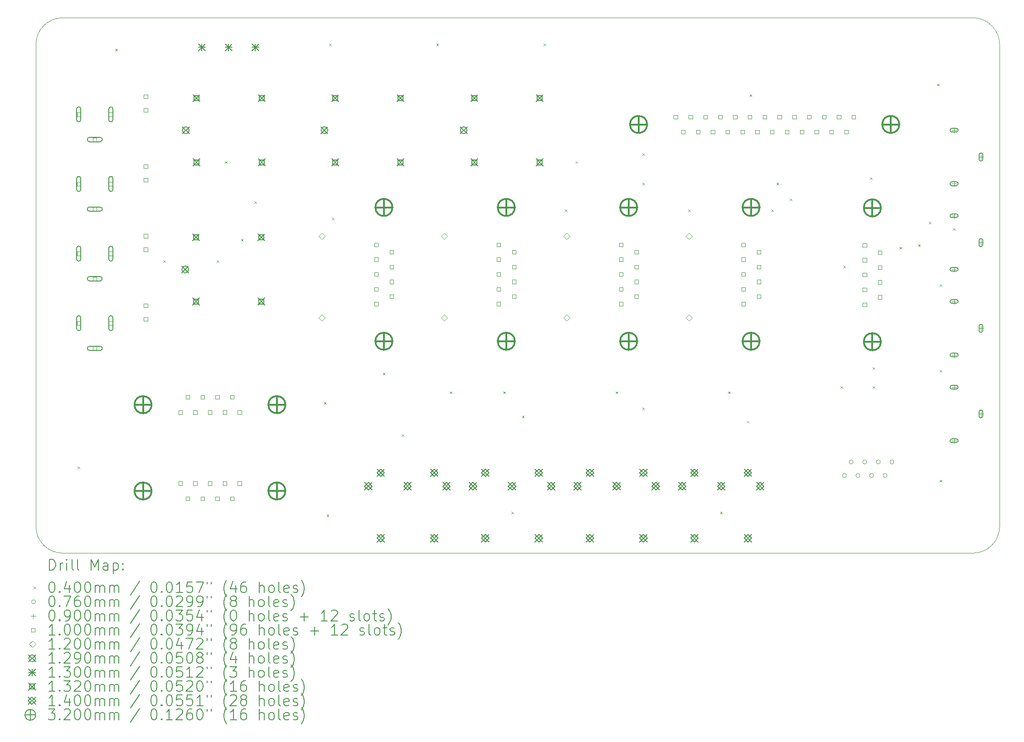
<source format=gbr>
%FSLAX45Y45*%
G04 Gerber Fmt 4.5, Leading zero omitted, Abs format (unit mm)*
G04 Created by KiCad (PCBNEW (6.0.0-rc1-172-gb8b8c0d34c)) date 2021-12-06 15:46:52*
%MOMM*%
%LPD*%
G01*
G04 APERTURE LIST*
%TA.AperFunction,Profile*%
%ADD10C,0.100000*%
%TD*%
%ADD11C,0.200000*%
%ADD12C,0.040000*%
%ADD13C,0.076000*%
%ADD14C,0.090000*%
%ADD15C,0.100000*%
%ADD16C,0.120000*%
%ADD17C,0.129000*%
%ADD18C,0.130000*%
%ADD19C,0.132000*%
%ADD20C,0.139954*%
%ADD21C,0.320000*%
G04 APERTURE END LIST*
D10*
X23000000Y-14500000D02*
X23000000Y-5500000D01*
X5500000Y-15000000D02*
X22500000Y-15000000D01*
X5000000Y-5500000D02*
X5000000Y-14500000D01*
X22500000Y-5000000D02*
X5500000Y-5000000D01*
X22500000Y-15000000D02*
G75*
G03*
X23000000Y-14500000I0J500000D01*
G01*
X23000000Y-5500000D02*
G75*
G03*
X22500000Y-5000000I-500000J0D01*
G01*
X5000000Y-14500000D02*
G75*
G03*
X5500000Y-15000000I500000J0D01*
G01*
X5500000Y-5000000D02*
G75*
G03*
X5000000Y-5500000I0J-500000D01*
G01*
D11*
D12*
X5780000Y-13380000D02*
X5820000Y-13420000D01*
X5820000Y-13380000D02*
X5780000Y-13420000D01*
X6480000Y-5580000D02*
X6520000Y-5620000D01*
X6520000Y-5580000D02*
X6480000Y-5620000D01*
X7380000Y-9530000D02*
X7420000Y-9570000D01*
X7420000Y-9530000D02*
X7380000Y-9570000D01*
X8380000Y-9530000D02*
X8420000Y-9570000D01*
X8420000Y-9530000D02*
X8380000Y-9570000D01*
X8530000Y-7680000D02*
X8570000Y-7720000D01*
X8570000Y-7680000D02*
X8530000Y-7720000D01*
X8830000Y-9130000D02*
X8870000Y-9170000D01*
X8870000Y-9130000D02*
X8830000Y-9170000D01*
X9080000Y-8430000D02*
X9120000Y-8470000D01*
X9120000Y-8430000D02*
X9080000Y-8470000D01*
X10380000Y-12180000D02*
X10420000Y-12220000D01*
X10420000Y-12180000D02*
X10380000Y-12220000D01*
X10430000Y-14280000D02*
X10470000Y-14320000D01*
X10470000Y-14280000D02*
X10430000Y-14320000D01*
X10480000Y-5480000D02*
X10520000Y-5520000D01*
X10520000Y-5480000D02*
X10480000Y-5520000D01*
X10530000Y-8730000D02*
X10570000Y-8770000D01*
X10570000Y-8730000D02*
X10530000Y-8770000D01*
X11480000Y-11630000D02*
X11520000Y-11670000D01*
X11520000Y-11630000D02*
X11480000Y-11670000D01*
X11830000Y-12780000D02*
X11870000Y-12820000D01*
X11870000Y-12780000D02*
X11830000Y-12820000D01*
X12480000Y-5480000D02*
X12520000Y-5520000D01*
X12520000Y-5480000D02*
X12480000Y-5520000D01*
X12730000Y-11980000D02*
X12770000Y-12020000D01*
X12770000Y-11980000D02*
X12730000Y-12020000D01*
X13730000Y-11980000D02*
X13770000Y-12020000D01*
X13770000Y-11980000D02*
X13730000Y-12020000D01*
X13880000Y-14230000D02*
X13920000Y-14270000D01*
X13920000Y-14230000D02*
X13880000Y-14270000D01*
X14080000Y-12430000D02*
X14120000Y-12470000D01*
X14120000Y-12430000D02*
X14080000Y-12470000D01*
X14480000Y-5480000D02*
X14520000Y-5520000D01*
X14520000Y-5480000D02*
X14480000Y-5520000D01*
X14880000Y-8580000D02*
X14920000Y-8620000D01*
X14920000Y-8580000D02*
X14880000Y-8620000D01*
X15080000Y-7680000D02*
X15120000Y-7720000D01*
X15120000Y-7680000D02*
X15080000Y-7720000D01*
X15830000Y-11980000D02*
X15870000Y-12020000D01*
X15870000Y-11980000D02*
X15830000Y-12020000D01*
X16330000Y-7530000D02*
X16370000Y-7570000D01*
X16370000Y-7530000D02*
X16330000Y-7570000D01*
X16330000Y-8080000D02*
X16370000Y-8120000D01*
X16370000Y-8080000D02*
X16330000Y-8120000D01*
X16330000Y-12280000D02*
X16370000Y-12320000D01*
X16370000Y-12280000D02*
X16330000Y-12320000D01*
X17180000Y-8580000D02*
X17220000Y-8620000D01*
X17220000Y-8580000D02*
X17180000Y-8620000D01*
X17780000Y-14230000D02*
X17820000Y-14270000D01*
X17820000Y-14230000D02*
X17780000Y-14270000D01*
X17930000Y-11980000D02*
X17970000Y-12020000D01*
X17970000Y-11980000D02*
X17930000Y-12020000D01*
X18280000Y-12530000D02*
X18320000Y-12570000D01*
X18320000Y-12530000D02*
X18280000Y-12570000D01*
X18330000Y-6430000D02*
X18370000Y-6470000D01*
X18370000Y-6430000D02*
X18330000Y-6470000D01*
X18730000Y-8580000D02*
X18770000Y-8620000D01*
X18770000Y-8580000D02*
X18730000Y-8620000D01*
X18830000Y-8080000D02*
X18870000Y-8120000D01*
X18870000Y-8080000D02*
X18830000Y-8120000D01*
X19080000Y-8380000D02*
X19120000Y-8420000D01*
X19120000Y-8380000D02*
X19080000Y-8420000D01*
X20030000Y-11880000D02*
X20070000Y-11920000D01*
X20070000Y-11880000D02*
X20030000Y-11920000D01*
X20080000Y-9630000D02*
X20120000Y-9670000D01*
X20120000Y-9630000D02*
X20080000Y-9670000D01*
X20580000Y-7980000D02*
X20620000Y-8020000D01*
X20620000Y-7980000D02*
X20580000Y-8020000D01*
X20630000Y-11530000D02*
X20670000Y-11570000D01*
X20670000Y-11530000D02*
X20630000Y-11570000D01*
X20630000Y-11880000D02*
X20670000Y-11920000D01*
X20670000Y-11880000D02*
X20630000Y-11920000D01*
X21130000Y-9280000D02*
X21170000Y-9320000D01*
X21170000Y-9280000D02*
X21130000Y-9320000D01*
X21480000Y-9230000D02*
X21520000Y-9270000D01*
X21520000Y-9230000D02*
X21480000Y-9270000D01*
X21680000Y-8810048D02*
X21720000Y-8850048D01*
X21720000Y-8810048D02*
X21680000Y-8850048D01*
X21830000Y-6230000D02*
X21870000Y-6270000D01*
X21870000Y-6230000D02*
X21830000Y-6270000D01*
X21880000Y-9980000D02*
X21920000Y-10020000D01*
X21920000Y-9980000D02*
X21880000Y-10020000D01*
X21880000Y-11580000D02*
X21920000Y-11620000D01*
X21920000Y-11580000D02*
X21880000Y-11620000D01*
X21880000Y-13630000D02*
X21920000Y-13670000D01*
X21920000Y-13630000D02*
X21880000Y-13670000D01*
X22130000Y-8930000D02*
X22170000Y-8970000D01*
X22170000Y-8930000D02*
X22130000Y-8970000D01*
D13*
X20138000Y-13550000D02*
G75*
G03*
X20138000Y-13550000I-38000J0D01*
G01*
X20265000Y-13296000D02*
G75*
G03*
X20265000Y-13296000I-38000J0D01*
G01*
X20392000Y-13550000D02*
G75*
G03*
X20392000Y-13550000I-38000J0D01*
G01*
X20519000Y-13296000D02*
G75*
G03*
X20519000Y-13296000I-38000J0D01*
G01*
X20646000Y-13550000D02*
G75*
G03*
X20646000Y-13550000I-38000J0D01*
G01*
X20773000Y-13296000D02*
G75*
G03*
X20773000Y-13296000I-38000J0D01*
G01*
X20900000Y-13550000D02*
G75*
G03*
X20900000Y-13550000I-38000J0D01*
G01*
X21027000Y-13296000D02*
G75*
G03*
X21027000Y-13296000I-38000J0D01*
G01*
D14*
X22150000Y-7055000D02*
X22150000Y-7145000D01*
X22105000Y-7100000D02*
X22195000Y-7100000D01*
D11*
X22190000Y-7065000D02*
X22110000Y-7065000D01*
X22190000Y-7135000D02*
X22110000Y-7135000D01*
X22110000Y-7065000D02*
G75*
G03*
X22110000Y-7135000I0J-35000D01*
G01*
X22190000Y-7135000D02*
G75*
G03*
X22190000Y-7065000I0J35000D01*
G01*
D14*
X22150000Y-8055000D02*
X22150000Y-8145000D01*
X22105000Y-8100000D02*
X22195000Y-8100000D01*
D11*
X22190000Y-8065000D02*
X22110000Y-8065000D01*
X22190000Y-8135000D02*
X22110000Y-8135000D01*
X22110000Y-8065000D02*
G75*
G03*
X22110000Y-8135000I0J-35000D01*
G01*
X22190000Y-8135000D02*
G75*
G03*
X22190000Y-8065000I0J35000D01*
G01*
D14*
X22150000Y-8655000D02*
X22150000Y-8745000D01*
X22105000Y-8700000D02*
X22195000Y-8700000D01*
D11*
X22190000Y-8665000D02*
X22110000Y-8665000D01*
X22190000Y-8735000D02*
X22110000Y-8735000D01*
X22110000Y-8665000D02*
G75*
G03*
X22110000Y-8735000I0J-35000D01*
G01*
X22190000Y-8735000D02*
G75*
G03*
X22190000Y-8665000I0J35000D01*
G01*
D14*
X22150000Y-9655000D02*
X22150000Y-9745000D01*
X22105000Y-9700000D02*
X22195000Y-9700000D01*
D11*
X22190000Y-9665000D02*
X22110000Y-9665000D01*
X22190000Y-9735000D02*
X22110000Y-9735000D01*
X22110000Y-9665000D02*
G75*
G03*
X22110000Y-9735000I0J-35000D01*
G01*
X22190000Y-9735000D02*
G75*
G03*
X22190000Y-9665000I0J35000D01*
G01*
D14*
X22150000Y-10255000D02*
X22150000Y-10345000D01*
X22105000Y-10300000D02*
X22195000Y-10300000D01*
D11*
X22190000Y-10265000D02*
X22110000Y-10265000D01*
X22190000Y-10335000D02*
X22110000Y-10335000D01*
X22110000Y-10265000D02*
G75*
G03*
X22110000Y-10335000I0J-35000D01*
G01*
X22190000Y-10335000D02*
G75*
G03*
X22190000Y-10265000I0J35000D01*
G01*
D14*
X22150000Y-11255000D02*
X22150000Y-11345000D01*
X22105000Y-11300000D02*
X22195000Y-11300000D01*
D11*
X22190000Y-11265000D02*
X22110000Y-11265000D01*
X22190000Y-11335000D02*
X22110000Y-11335000D01*
X22110000Y-11265000D02*
G75*
G03*
X22110000Y-11335000I0J-35000D01*
G01*
X22190000Y-11335000D02*
G75*
G03*
X22190000Y-11265000I0J35000D01*
G01*
D14*
X22150000Y-11855000D02*
X22150000Y-11945000D01*
X22105000Y-11900000D02*
X22195000Y-11900000D01*
D11*
X22190000Y-11865000D02*
X22110000Y-11865000D01*
X22190000Y-11935000D02*
X22110000Y-11935000D01*
X22110000Y-11865000D02*
G75*
G03*
X22110000Y-11935000I0J-35000D01*
G01*
X22190000Y-11935000D02*
G75*
G03*
X22190000Y-11865000I0J35000D01*
G01*
D14*
X22150000Y-12855000D02*
X22150000Y-12945000D01*
X22105000Y-12900000D02*
X22195000Y-12900000D01*
D11*
X22190000Y-12865000D02*
X22110000Y-12865000D01*
X22190000Y-12935000D02*
X22110000Y-12935000D01*
X22110000Y-12865000D02*
G75*
G03*
X22110000Y-12935000I0J-35000D01*
G01*
X22190000Y-12935000D02*
G75*
G03*
X22190000Y-12865000I0J35000D01*
G01*
D14*
X22650000Y-7555000D02*
X22650000Y-7645000D01*
X22605000Y-7600000D02*
X22695000Y-7600000D01*
D11*
X22615000Y-7560000D02*
X22615000Y-7640000D01*
X22685000Y-7560000D02*
X22685000Y-7640000D01*
X22615000Y-7640000D02*
G75*
G03*
X22685000Y-7640000I35000J0D01*
G01*
X22685000Y-7560000D02*
G75*
G03*
X22615000Y-7560000I-35000J0D01*
G01*
D14*
X22650000Y-9155000D02*
X22650000Y-9245000D01*
X22605000Y-9200000D02*
X22695000Y-9200000D01*
D11*
X22615000Y-9160000D02*
X22615000Y-9240000D01*
X22685000Y-9160000D02*
X22685000Y-9240000D01*
X22615000Y-9240000D02*
G75*
G03*
X22685000Y-9240000I35000J0D01*
G01*
X22685000Y-9160000D02*
G75*
G03*
X22615000Y-9160000I-35000J0D01*
G01*
D14*
X22650000Y-10755000D02*
X22650000Y-10845000D01*
X22605000Y-10800000D02*
X22695000Y-10800000D01*
D11*
X22615000Y-10760000D02*
X22615000Y-10840000D01*
X22685000Y-10760000D02*
X22685000Y-10840000D01*
X22615000Y-10840000D02*
G75*
G03*
X22685000Y-10840000I35000J0D01*
G01*
X22685000Y-10760000D02*
G75*
G03*
X22615000Y-10760000I-35000J0D01*
G01*
D14*
X22650000Y-12355000D02*
X22650000Y-12445000D01*
X22605000Y-12400000D02*
X22695000Y-12400000D01*
D11*
X22615000Y-12360000D02*
X22615000Y-12440000D01*
X22685000Y-12360000D02*
X22685000Y-12440000D01*
X22615000Y-12440000D02*
G75*
G03*
X22685000Y-12440000I35000J0D01*
G01*
X22685000Y-12360000D02*
G75*
G03*
X22615000Y-12360000I-35000J0D01*
G01*
D15*
X5835356Y-6839606D02*
X5835356Y-6768894D01*
X5764644Y-6768894D01*
X5764644Y-6839606D01*
X5835356Y-6839606D01*
D11*
X5760000Y-6704250D02*
X5760000Y-6904250D01*
X5840000Y-6704250D02*
X5840000Y-6904250D01*
X5760000Y-6904250D02*
G75*
G03*
X5840000Y-6904250I40000J0D01*
G01*
X5840000Y-6704250D02*
G75*
G03*
X5760000Y-6704250I-40000J0D01*
G01*
D15*
X5835356Y-8139606D02*
X5835356Y-8068894D01*
X5764644Y-8068894D01*
X5764644Y-8139606D01*
X5835356Y-8139606D01*
D11*
X5760000Y-8004250D02*
X5760000Y-8204250D01*
X5840000Y-8004250D02*
X5840000Y-8204250D01*
X5760000Y-8204250D02*
G75*
G03*
X5840000Y-8204250I40000J0D01*
G01*
X5840000Y-8004250D02*
G75*
G03*
X5760000Y-8004250I-40000J0D01*
G01*
D15*
X5835356Y-9439606D02*
X5835356Y-9368894D01*
X5764644Y-9368894D01*
X5764644Y-9439606D01*
X5835356Y-9439606D01*
D11*
X5760000Y-9304250D02*
X5760000Y-9504250D01*
X5840000Y-9304250D02*
X5840000Y-9504250D01*
X5760000Y-9504250D02*
G75*
G03*
X5840000Y-9504250I40000J0D01*
G01*
X5840000Y-9304250D02*
G75*
G03*
X5760000Y-9304250I-40000J0D01*
G01*
D15*
X5835356Y-10739606D02*
X5835356Y-10668894D01*
X5764644Y-10668894D01*
X5764644Y-10739606D01*
X5835356Y-10739606D01*
D11*
X5760000Y-10604250D02*
X5760000Y-10804250D01*
X5840000Y-10604250D02*
X5840000Y-10804250D01*
X5760000Y-10804250D02*
G75*
G03*
X5840000Y-10804250I40000J0D01*
G01*
X5840000Y-10604250D02*
G75*
G03*
X5760000Y-10604250I-40000J0D01*
G01*
D15*
X6135356Y-7309606D02*
X6135356Y-7238894D01*
X6064644Y-7238894D01*
X6064644Y-7309606D01*
X6135356Y-7309606D01*
D11*
X6000000Y-7314250D02*
X6200000Y-7314250D01*
X6000000Y-7234250D02*
X6200000Y-7234250D01*
X6200000Y-7314250D02*
G75*
G03*
X6200000Y-7234250I0J40000D01*
G01*
X6000000Y-7234250D02*
G75*
G03*
X6000000Y-7314250I0J-40000D01*
G01*
D15*
X6135356Y-8609606D02*
X6135356Y-8538894D01*
X6064644Y-8538894D01*
X6064644Y-8609606D01*
X6135356Y-8609606D01*
D11*
X6000000Y-8614250D02*
X6200000Y-8614250D01*
X6000000Y-8534250D02*
X6200000Y-8534250D01*
X6200000Y-8614250D02*
G75*
G03*
X6200000Y-8534250I0J40000D01*
G01*
X6000000Y-8534250D02*
G75*
G03*
X6000000Y-8614250I0J-40000D01*
G01*
D15*
X6135356Y-9909606D02*
X6135356Y-9838894D01*
X6064644Y-9838894D01*
X6064644Y-9909606D01*
X6135356Y-9909606D01*
D11*
X6000000Y-9914250D02*
X6200000Y-9914250D01*
X6000000Y-9834250D02*
X6200000Y-9834250D01*
X6200000Y-9914250D02*
G75*
G03*
X6200000Y-9834250I0J40000D01*
G01*
X6000000Y-9834250D02*
G75*
G03*
X6000000Y-9914250I0J-40000D01*
G01*
D15*
X6135356Y-11209606D02*
X6135356Y-11138894D01*
X6064644Y-11138894D01*
X6064644Y-11209606D01*
X6135356Y-11209606D01*
D11*
X6000000Y-11214250D02*
X6200000Y-11214250D01*
X6000000Y-11134250D02*
X6200000Y-11134250D01*
X6200000Y-11214250D02*
G75*
G03*
X6200000Y-11134250I0J40000D01*
G01*
X6000000Y-11134250D02*
G75*
G03*
X6000000Y-11214250I0J-40000D01*
G01*
D15*
X6435356Y-6839606D02*
X6435356Y-6768894D01*
X6364644Y-6768894D01*
X6364644Y-6839606D01*
X6435356Y-6839606D01*
D11*
X6360000Y-6704250D02*
X6360000Y-6904250D01*
X6440000Y-6704250D02*
X6440000Y-6904250D01*
X6360000Y-6904250D02*
G75*
G03*
X6440000Y-6904250I40000J0D01*
G01*
X6440000Y-6704250D02*
G75*
G03*
X6360000Y-6704250I-40000J0D01*
G01*
D15*
X6435356Y-8139606D02*
X6435356Y-8068894D01*
X6364644Y-8068894D01*
X6364644Y-8139606D01*
X6435356Y-8139606D01*
D11*
X6360000Y-8004250D02*
X6360000Y-8204250D01*
X6440000Y-8004250D02*
X6440000Y-8204250D01*
X6360000Y-8204250D02*
G75*
G03*
X6440000Y-8204250I40000J0D01*
G01*
X6440000Y-8004250D02*
G75*
G03*
X6360000Y-8004250I-40000J0D01*
G01*
D15*
X6435356Y-9439606D02*
X6435356Y-9368894D01*
X6364644Y-9368894D01*
X6364644Y-9439606D01*
X6435356Y-9439606D01*
D11*
X6360000Y-9304250D02*
X6360000Y-9504250D01*
X6440000Y-9304250D02*
X6440000Y-9504250D01*
X6360000Y-9504250D02*
G75*
G03*
X6440000Y-9504250I40000J0D01*
G01*
X6440000Y-9304250D02*
G75*
G03*
X6360000Y-9304250I-40000J0D01*
G01*
D15*
X6435356Y-10739606D02*
X6435356Y-10668894D01*
X6364644Y-10668894D01*
X6364644Y-10739606D01*
X6435356Y-10739606D01*
D11*
X6360000Y-10604250D02*
X6360000Y-10804250D01*
X6440000Y-10604250D02*
X6440000Y-10804250D01*
X6360000Y-10804250D02*
G75*
G03*
X6440000Y-10804250I40000J0D01*
G01*
X6440000Y-10604250D02*
G75*
G03*
X6360000Y-10604250I-40000J0D01*
G01*
D15*
X7085356Y-6508856D02*
X7085356Y-6438144D01*
X7014644Y-6438144D01*
X7014644Y-6508856D01*
X7085356Y-6508856D01*
X7085356Y-6762856D02*
X7085356Y-6692144D01*
X7014644Y-6692144D01*
X7014644Y-6762856D01*
X7085356Y-6762856D01*
X7085356Y-7808856D02*
X7085356Y-7738144D01*
X7014644Y-7738144D01*
X7014644Y-7808856D01*
X7085356Y-7808856D01*
X7085356Y-8062856D02*
X7085356Y-7992144D01*
X7014644Y-7992144D01*
X7014644Y-8062856D01*
X7085356Y-8062856D01*
X7085356Y-9108856D02*
X7085356Y-9038144D01*
X7014644Y-9038144D01*
X7014644Y-9108856D01*
X7085356Y-9108856D01*
X7085356Y-9362856D02*
X7085356Y-9292144D01*
X7014644Y-9292144D01*
X7014644Y-9362856D01*
X7085356Y-9362856D01*
X7085356Y-10408856D02*
X7085356Y-10338144D01*
X7014644Y-10338144D01*
X7014644Y-10408856D01*
X7085356Y-10408856D01*
X7085356Y-10662856D02*
X7085356Y-10592144D01*
X7014644Y-10592144D01*
X7014644Y-10662856D01*
X7085356Y-10662856D01*
X7732356Y-12404389D02*
X7732356Y-12333677D01*
X7661644Y-12333677D01*
X7661644Y-12404389D01*
X7732356Y-12404389D01*
X7732356Y-13732323D02*
X7732356Y-13661611D01*
X7661644Y-13661611D01*
X7661644Y-13732323D01*
X7732356Y-13732323D01*
X7870856Y-12120389D02*
X7870856Y-12049677D01*
X7800144Y-12049677D01*
X7800144Y-12120389D01*
X7870856Y-12120389D01*
X7870856Y-14016323D02*
X7870856Y-13945611D01*
X7800144Y-13945611D01*
X7800144Y-14016323D01*
X7870856Y-14016323D01*
X8009356Y-12404389D02*
X8009356Y-12333677D01*
X7938644Y-12333677D01*
X7938644Y-12404389D01*
X8009356Y-12404389D01*
X8009356Y-13732323D02*
X8009356Y-13661611D01*
X7938644Y-13661611D01*
X7938644Y-13732323D01*
X8009356Y-13732323D01*
X8147856Y-12120389D02*
X8147856Y-12049677D01*
X8077144Y-12049677D01*
X8077144Y-12120389D01*
X8147856Y-12120389D01*
X8147856Y-14016323D02*
X8147856Y-13945611D01*
X8077144Y-13945611D01*
X8077144Y-14016323D01*
X8147856Y-14016323D01*
X8286356Y-12404389D02*
X8286356Y-12333677D01*
X8215644Y-12333677D01*
X8215644Y-12404389D01*
X8286356Y-12404389D01*
X8286356Y-13732323D02*
X8286356Y-13661611D01*
X8215644Y-13661611D01*
X8215644Y-13732323D01*
X8286356Y-13732323D01*
X8424856Y-12120389D02*
X8424856Y-12049677D01*
X8354144Y-12049677D01*
X8354144Y-12120389D01*
X8424856Y-12120389D01*
X8424856Y-14016323D02*
X8424856Y-13945611D01*
X8354144Y-13945611D01*
X8354144Y-14016323D01*
X8424856Y-14016323D01*
X8563356Y-12404389D02*
X8563356Y-12333677D01*
X8492644Y-12333677D01*
X8492644Y-12404389D01*
X8563356Y-12404389D01*
X8563356Y-13732323D02*
X8563356Y-13661611D01*
X8492644Y-13661611D01*
X8492644Y-13732323D01*
X8563356Y-13732323D01*
X8701856Y-12120389D02*
X8701856Y-12049677D01*
X8631144Y-12049677D01*
X8631144Y-12120389D01*
X8701856Y-12120389D01*
X8701856Y-14016323D02*
X8701856Y-13945611D01*
X8631144Y-13945611D01*
X8631144Y-14016323D01*
X8701856Y-14016323D01*
X8840356Y-12404389D02*
X8840356Y-12333677D01*
X8769644Y-12333677D01*
X8769644Y-12404389D01*
X8840356Y-12404389D01*
X8840356Y-13732323D02*
X8840356Y-13661611D01*
X8769644Y-13661611D01*
X8769644Y-13732323D01*
X8840356Y-13732323D01*
X11393356Y-9273356D02*
X11393356Y-9202644D01*
X11322644Y-9202644D01*
X11322644Y-9273356D01*
X11393356Y-9273356D01*
X11393356Y-9550356D02*
X11393356Y-9479644D01*
X11322644Y-9479644D01*
X11322644Y-9550356D01*
X11393356Y-9550356D01*
X11393356Y-9827356D02*
X11393356Y-9756644D01*
X11322644Y-9756644D01*
X11322644Y-9827356D01*
X11393356Y-9827356D01*
X11393356Y-10104356D02*
X11393356Y-10033644D01*
X11322644Y-10033644D01*
X11322644Y-10104356D01*
X11393356Y-10104356D01*
X11393356Y-10381356D02*
X11393356Y-10310644D01*
X11322644Y-10310644D01*
X11322644Y-10381356D01*
X11393356Y-10381356D01*
X11677356Y-9411856D02*
X11677356Y-9341144D01*
X11606644Y-9341144D01*
X11606644Y-9411856D01*
X11677356Y-9411856D01*
X11677356Y-9688856D02*
X11677356Y-9618144D01*
X11606644Y-9618144D01*
X11606644Y-9688856D01*
X11677356Y-9688856D01*
X11677356Y-9965856D02*
X11677356Y-9895144D01*
X11606644Y-9895144D01*
X11606644Y-9965856D01*
X11677356Y-9965856D01*
X11677356Y-10242856D02*
X11677356Y-10172144D01*
X11606644Y-10172144D01*
X11606644Y-10242856D01*
X11677356Y-10242856D01*
X13679356Y-9273356D02*
X13679356Y-9202644D01*
X13608644Y-9202644D01*
X13608644Y-9273356D01*
X13679356Y-9273356D01*
X13679356Y-9550356D02*
X13679356Y-9479644D01*
X13608644Y-9479644D01*
X13608644Y-9550356D01*
X13679356Y-9550356D01*
X13679356Y-9827356D02*
X13679356Y-9756644D01*
X13608644Y-9756644D01*
X13608644Y-9827356D01*
X13679356Y-9827356D01*
X13679356Y-10104356D02*
X13679356Y-10033644D01*
X13608644Y-10033644D01*
X13608644Y-10104356D01*
X13679356Y-10104356D01*
X13679356Y-10381356D02*
X13679356Y-10310644D01*
X13608644Y-10310644D01*
X13608644Y-10381356D01*
X13679356Y-10381356D01*
X13963356Y-9411856D02*
X13963356Y-9341144D01*
X13892644Y-9341144D01*
X13892644Y-9411856D01*
X13963356Y-9411856D01*
X13963356Y-9688856D02*
X13963356Y-9618144D01*
X13892644Y-9618144D01*
X13892644Y-9688856D01*
X13963356Y-9688856D01*
X13963356Y-9965856D02*
X13963356Y-9895144D01*
X13892644Y-9895144D01*
X13892644Y-9965856D01*
X13963356Y-9965856D01*
X13963356Y-10242856D02*
X13963356Y-10172144D01*
X13892644Y-10172144D01*
X13892644Y-10242856D01*
X13963356Y-10242856D01*
X15965356Y-9273356D02*
X15965356Y-9202644D01*
X15894644Y-9202644D01*
X15894644Y-9273356D01*
X15965356Y-9273356D01*
X15965356Y-9550356D02*
X15965356Y-9479644D01*
X15894644Y-9479644D01*
X15894644Y-9550356D01*
X15965356Y-9550356D01*
X15965356Y-9827356D02*
X15965356Y-9756644D01*
X15894644Y-9756644D01*
X15894644Y-9827356D01*
X15965356Y-9827356D01*
X15965356Y-10104356D02*
X15965356Y-10033644D01*
X15894644Y-10033644D01*
X15894644Y-10104356D01*
X15965356Y-10104356D01*
X15965356Y-10381356D02*
X15965356Y-10310644D01*
X15894644Y-10310644D01*
X15894644Y-10381356D01*
X15965356Y-10381356D01*
X16249356Y-9411856D02*
X16249356Y-9341144D01*
X16178644Y-9341144D01*
X16178644Y-9411856D01*
X16249356Y-9411856D01*
X16249356Y-9688856D02*
X16249356Y-9618144D01*
X16178644Y-9618144D01*
X16178644Y-9688856D01*
X16249356Y-9688856D01*
X16249356Y-9965856D02*
X16249356Y-9895144D01*
X16178644Y-9895144D01*
X16178644Y-9965856D01*
X16249356Y-9965856D01*
X16249356Y-10242856D02*
X16249356Y-10172144D01*
X16178644Y-10172144D01*
X16178644Y-10242856D01*
X16249356Y-10242856D01*
X16985356Y-6885356D02*
X16985356Y-6814644D01*
X16914644Y-6814644D01*
X16914644Y-6885356D01*
X16985356Y-6885356D01*
X17123856Y-7169356D02*
X17123856Y-7098644D01*
X17053144Y-7098644D01*
X17053144Y-7169356D01*
X17123856Y-7169356D01*
X17262356Y-6885356D02*
X17262356Y-6814644D01*
X17191644Y-6814644D01*
X17191644Y-6885356D01*
X17262356Y-6885356D01*
X17400856Y-7169356D02*
X17400856Y-7098644D01*
X17330144Y-7098644D01*
X17330144Y-7169356D01*
X17400856Y-7169356D01*
X17539356Y-6885356D02*
X17539356Y-6814644D01*
X17468644Y-6814644D01*
X17468644Y-6885356D01*
X17539356Y-6885356D01*
X17677856Y-7169356D02*
X17677856Y-7098644D01*
X17607144Y-7098644D01*
X17607144Y-7169356D01*
X17677856Y-7169356D01*
X17816356Y-6885356D02*
X17816356Y-6814644D01*
X17745644Y-6814644D01*
X17745644Y-6885356D01*
X17816356Y-6885356D01*
X17954856Y-7169356D02*
X17954856Y-7098644D01*
X17884144Y-7098644D01*
X17884144Y-7169356D01*
X17954856Y-7169356D01*
X18093356Y-6885356D02*
X18093356Y-6814644D01*
X18022644Y-6814644D01*
X18022644Y-6885356D01*
X18093356Y-6885356D01*
X18231856Y-7169356D02*
X18231856Y-7098644D01*
X18161144Y-7098644D01*
X18161144Y-7169356D01*
X18231856Y-7169356D01*
X18251356Y-9273356D02*
X18251356Y-9202644D01*
X18180644Y-9202644D01*
X18180644Y-9273356D01*
X18251356Y-9273356D01*
X18251356Y-9550356D02*
X18251356Y-9479644D01*
X18180644Y-9479644D01*
X18180644Y-9550356D01*
X18251356Y-9550356D01*
X18251356Y-9827356D02*
X18251356Y-9756644D01*
X18180644Y-9756644D01*
X18180644Y-9827356D01*
X18251356Y-9827356D01*
X18251356Y-10104356D02*
X18251356Y-10033644D01*
X18180644Y-10033644D01*
X18180644Y-10104356D01*
X18251356Y-10104356D01*
X18251356Y-10381356D02*
X18251356Y-10310644D01*
X18180644Y-10310644D01*
X18180644Y-10381356D01*
X18251356Y-10381356D01*
X18370356Y-6885356D02*
X18370356Y-6814644D01*
X18299644Y-6814644D01*
X18299644Y-6885356D01*
X18370356Y-6885356D01*
X18508856Y-7169356D02*
X18508856Y-7098644D01*
X18438144Y-7098644D01*
X18438144Y-7169356D01*
X18508856Y-7169356D01*
X18535356Y-9411856D02*
X18535356Y-9341144D01*
X18464644Y-9341144D01*
X18464644Y-9411856D01*
X18535356Y-9411856D01*
X18535356Y-9688856D02*
X18535356Y-9618144D01*
X18464644Y-9618144D01*
X18464644Y-9688856D01*
X18535356Y-9688856D01*
X18535356Y-9965856D02*
X18535356Y-9895144D01*
X18464644Y-9895144D01*
X18464644Y-9965856D01*
X18535356Y-9965856D01*
X18535356Y-10242856D02*
X18535356Y-10172144D01*
X18464644Y-10172144D01*
X18464644Y-10242856D01*
X18535356Y-10242856D01*
X18647356Y-6885356D02*
X18647356Y-6814644D01*
X18576644Y-6814644D01*
X18576644Y-6885356D01*
X18647356Y-6885356D01*
X18785856Y-7169356D02*
X18785856Y-7098644D01*
X18715144Y-7098644D01*
X18715144Y-7169356D01*
X18785856Y-7169356D01*
X18924356Y-6885356D02*
X18924356Y-6814644D01*
X18853644Y-6814644D01*
X18853644Y-6885356D01*
X18924356Y-6885356D01*
X19062856Y-7169356D02*
X19062856Y-7098644D01*
X18992144Y-7098644D01*
X18992144Y-7169356D01*
X19062856Y-7169356D01*
X19201356Y-6885356D02*
X19201356Y-6814644D01*
X19130644Y-6814644D01*
X19130644Y-6885356D01*
X19201356Y-6885356D01*
X19339856Y-7169356D02*
X19339856Y-7098644D01*
X19269144Y-7098644D01*
X19269144Y-7169356D01*
X19339856Y-7169356D01*
X19478356Y-6885356D02*
X19478356Y-6814644D01*
X19407644Y-6814644D01*
X19407644Y-6885356D01*
X19478356Y-6885356D01*
X19616856Y-7169356D02*
X19616856Y-7098644D01*
X19546144Y-7098644D01*
X19546144Y-7169356D01*
X19616856Y-7169356D01*
X19755356Y-6885356D02*
X19755356Y-6814644D01*
X19684644Y-6814644D01*
X19684644Y-6885356D01*
X19755356Y-6885356D01*
X19893856Y-7169356D02*
X19893856Y-7098644D01*
X19823144Y-7098644D01*
X19823144Y-7169356D01*
X19893856Y-7169356D01*
X20032356Y-6885356D02*
X20032356Y-6814644D01*
X19961644Y-6814644D01*
X19961644Y-6885356D01*
X20032356Y-6885356D01*
X20170856Y-7169356D02*
X20170856Y-7098644D01*
X20100144Y-7098644D01*
X20100144Y-7169356D01*
X20170856Y-7169356D01*
X20309356Y-6885356D02*
X20309356Y-6814644D01*
X20238644Y-6814644D01*
X20238644Y-6885356D01*
X20309356Y-6885356D01*
X20516323Y-9282356D02*
X20516323Y-9211644D01*
X20445611Y-9211644D01*
X20445611Y-9282356D01*
X20516323Y-9282356D01*
X20516323Y-9559356D02*
X20516323Y-9488644D01*
X20445611Y-9488644D01*
X20445611Y-9559356D01*
X20516323Y-9559356D01*
X20516323Y-9836356D02*
X20516323Y-9765644D01*
X20445611Y-9765644D01*
X20445611Y-9836356D01*
X20516323Y-9836356D01*
X20516323Y-10113356D02*
X20516323Y-10042644D01*
X20445611Y-10042644D01*
X20445611Y-10113356D01*
X20516323Y-10113356D01*
X20516323Y-10390356D02*
X20516323Y-10319644D01*
X20445611Y-10319644D01*
X20445611Y-10390356D01*
X20516323Y-10390356D01*
X20800323Y-9420856D02*
X20800323Y-9350144D01*
X20729611Y-9350144D01*
X20729611Y-9420856D01*
X20800323Y-9420856D01*
X20800323Y-9697856D02*
X20800323Y-9627144D01*
X20729611Y-9627144D01*
X20729611Y-9697856D01*
X20800323Y-9697856D01*
X20800323Y-9974856D02*
X20800323Y-9904144D01*
X20729611Y-9904144D01*
X20729611Y-9974856D01*
X20800323Y-9974856D01*
X20800323Y-10251856D02*
X20800323Y-10181144D01*
X20729611Y-10181144D01*
X20729611Y-10251856D01*
X20800323Y-10251856D01*
D16*
X10342000Y-9136000D02*
X10402000Y-9076000D01*
X10342000Y-9016000D01*
X10282000Y-9076000D01*
X10342000Y-9136000D01*
X10342000Y-10660000D02*
X10402000Y-10600000D01*
X10342000Y-10540000D01*
X10282000Y-10600000D01*
X10342000Y-10660000D01*
X12628000Y-9136000D02*
X12688000Y-9076000D01*
X12628000Y-9016000D01*
X12568000Y-9076000D01*
X12628000Y-9136000D01*
X12628000Y-10660000D02*
X12688000Y-10600000D01*
X12628000Y-10540000D01*
X12568000Y-10600000D01*
X12628000Y-10660000D01*
X14914000Y-9136000D02*
X14974000Y-9076000D01*
X14914000Y-9016000D01*
X14854000Y-9076000D01*
X14914000Y-9136000D01*
X14914000Y-10660000D02*
X14974000Y-10600000D01*
X14914000Y-10540000D01*
X14854000Y-10600000D01*
X14914000Y-10660000D01*
X17200000Y-9136000D02*
X17260000Y-9076000D01*
X17200000Y-9016000D01*
X17140000Y-9076000D01*
X17200000Y-9136000D01*
X17200000Y-10660000D02*
X17260000Y-10600000D01*
X17200000Y-10540000D01*
X17140000Y-10600000D01*
X17200000Y-10660000D01*
D17*
X7725500Y-9635500D02*
X7854500Y-9764500D01*
X7854500Y-9635500D02*
X7725500Y-9764500D01*
X7854500Y-9700000D02*
G75*
G03*
X7854500Y-9700000I-64500J0D01*
G01*
X7735500Y-7035500D02*
X7864500Y-7164500D01*
X7864500Y-7035500D02*
X7735500Y-7164500D01*
X7864500Y-7100000D02*
G75*
G03*
X7864500Y-7100000I-64500J0D01*
G01*
X10325500Y-7035500D02*
X10454500Y-7164500D01*
X10454500Y-7035500D02*
X10325500Y-7164500D01*
X10454500Y-7100000D02*
G75*
G03*
X10454500Y-7100000I-64500J0D01*
G01*
X12925500Y-7035500D02*
X13054500Y-7164500D01*
X13054500Y-7035500D02*
X12925500Y-7164500D01*
X13054500Y-7100000D02*
G75*
G03*
X13054500Y-7100000I-64500J0D01*
G01*
D18*
X8035000Y-5485000D02*
X8165000Y-5615000D01*
X8165000Y-5485000D02*
X8035000Y-5615000D01*
X8100000Y-5485000D02*
X8100000Y-5615000D01*
X8035000Y-5550000D02*
X8165000Y-5550000D01*
X8535000Y-5485000D02*
X8665000Y-5615000D01*
X8665000Y-5485000D02*
X8535000Y-5615000D01*
X8600000Y-5485000D02*
X8600000Y-5615000D01*
X8535000Y-5550000D02*
X8665000Y-5550000D01*
X9035000Y-5485000D02*
X9165000Y-5615000D01*
X9165000Y-5485000D02*
X9035000Y-5615000D01*
X9100000Y-5485000D02*
X9100000Y-5615000D01*
X9035000Y-5550000D02*
X9165000Y-5550000D01*
D19*
X7924000Y-9034000D02*
X8056000Y-9166000D01*
X8056000Y-9034000D02*
X7924000Y-9166000D01*
X8036669Y-9146670D02*
X8036669Y-9053331D01*
X7943330Y-9053331D01*
X7943330Y-9146670D01*
X8036669Y-9146670D01*
X7924000Y-10234000D02*
X8056000Y-10366000D01*
X8056000Y-10234000D02*
X7924000Y-10366000D01*
X8036669Y-10346670D02*
X8036669Y-10253331D01*
X7943330Y-10253331D01*
X7943330Y-10346670D01*
X8036669Y-10346670D01*
X7934000Y-6434000D02*
X8066000Y-6566000D01*
X8066000Y-6434000D02*
X7934000Y-6566000D01*
X8046669Y-6546669D02*
X8046669Y-6453330D01*
X7953330Y-6453330D01*
X7953330Y-6546669D01*
X8046669Y-6546669D01*
X7934000Y-7634000D02*
X8066000Y-7766000D01*
X8066000Y-7634000D02*
X7934000Y-7766000D01*
X8046669Y-7746669D02*
X8046669Y-7653330D01*
X7953330Y-7653330D01*
X7953330Y-7746669D01*
X8046669Y-7746669D01*
X9144000Y-9034000D02*
X9276000Y-9166000D01*
X9276000Y-9034000D02*
X9144000Y-9166000D01*
X9256670Y-9146670D02*
X9256670Y-9053331D01*
X9163331Y-9053331D01*
X9163331Y-9146670D01*
X9256670Y-9146670D01*
X9144000Y-10234000D02*
X9276000Y-10366000D01*
X9276000Y-10234000D02*
X9144000Y-10366000D01*
X9256670Y-10346670D02*
X9256670Y-10253331D01*
X9163331Y-10253331D01*
X9163331Y-10346670D01*
X9256670Y-10346670D01*
X9154000Y-6434000D02*
X9286000Y-6566000D01*
X9286000Y-6434000D02*
X9154000Y-6566000D01*
X9266670Y-6546669D02*
X9266670Y-6453330D01*
X9173331Y-6453330D01*
X9173331Y-6546669D01*
X9266670Y-6546669D01*
X9154000Y-7634000D02*
X9286000Y-7766000D01*
X9286000Y-7634000D02*
X9154000Y-7766000D01*
X9266670Y-7746669D02*
X9266670Y-7653330D01*
X9173331Y-7653330D01*
X9173331Y-7746669D01*
X9266670Y-7746669D01*
X10524000Y-6434000D02*
X10656000Y-6566000D01*
X10656000Y-6434000D02*
X10524000Y-6566000D01*
X10636670Y-6546669D02*
X10636670Y-6453330D01*
X10543331Y-6453330D01*
X10543331Y-6546669D01*
X10636670Y-6546669D01*
X10524000Y-7634000D02*
X10656000Y-7766000D01*
X10656000Y-7634000D02*
X10524000Y-7766000D01*
X10636670Y-7746669D02*
X10636670Y-7653330D01*
X10543331Y-7653330D01*
X10543331Y-7746669D01*
X10636670Y-7746669D01*
X11744000Y-6434000D02*
X11876000Y-6566000D01*
X11876000Y-6434000D02*
X11744000Y-6566000D01*
X11856669Y-6546669D02*
X11856669Y-6453330D01*
X11763330Y-6453330D01*
X11763330Y-6546669D01*
X11856669Y-6546669D01*
X11744000Y-7634000D02*
X11876000Y-7766000D01*
X11876000Y-7634000D02*
X11744000Y-7766000D01*
X11856669Y-7746669D02*
X11856669Y-7653330D01*
X11763330Y-7653330D01*
X11763330Y-7746669D01*
X11856669Y-7746669D01*
X13124000Y-6434000D02*
X13256000Y-6566000D01*
X13256000Y-6434000D02*
X13124000Y-6566000D01*
X13236669Y-6546669D02*
X13236669Y-6453330D01*
X13143330Y-6453330D01*
X13143330Y-6546669D01*
X13236669Y-6546669D01*
X13124000Y-7634000D02*
X13256000Y-7766000D01*
X13256000Y-7634000D02*
X13124000Y-7766000D01*
X13236669Y-7746669D02*
X13236669Y-7653330D01*
X13143330Y-7653330D01*
X13143330Y-7746669D01*
X13236669Y-7746669D01*
X14344000Y-6434000D02*
X14476000Y-6566000D01*
X14476000Y-6434000D02*
X14344000Y-6566000D01*
X14456669Y-6546669D02*
X14456669Y-6453330D01*
X14363330Y-6453330D01*
X14363330Y-6546669D01*
X14456669Y-6546669D01*
X14344000Y-7634000D02*
X14476000Y-7766000D01*
X14476000Y-7634000D02*
X14344000Y-7766000D01*
X14456669Y-7746669D02*
X14456669Y-7653330D01*
X14363330Y-7653330D01*
X14363330Y-7746669D01*
X14456669Y-7746669D01*
D20*
X11140594Y-13680089D02*
X11280548Y-13820043D01*
X11280548Y-13680089D02*
X11140594Y-13820043D01*
X11210571Y-13820043D02*
X11280548Y-13750066D01*
X11210571Y-13680089D01*
X11140594Y-13750066D01*
X11210571Y-13820043D01*
X11370718Y-13430153D02*
X11510672Y-13570107D01*
X11510672Y-13430153D02*
X11370718Y-13570107D01*
X11440695Y-13570107D02*
X11510672Y-13500130D01*
X11440695Y-13430153D01*
X11370718Y-13500130D01*
X11440695Y-13570107D01*
X11370718Y-14650115D02*
X11510672Y-14790069D01*
X11510672Y-14650115D02*
X11370718Y-14790069D01*
X11440695Y-14790069D02*
X11510672Y-14720092D01*
X11440695Y-14650115D01*
X11370718Y-14720092D01*
X11440695Y-14790069D01*
X11870590Y-13680089D02*
X12010544Y-13820043D01*
X12010544Y-13680089D02*
X11870590Y-13820043D01*
X11940567Y-13820043D02*
X12010544Y-13750066D01*
X11940567Y-13680089D01*
X11870590Y-13750066D01*
X11940567Y-13820043D01*
X12370462Y-13430153D02*
X12510416Y-13570107D01*
X12510416Y-13430153D02*
X12370462Y-13570107D01*
X12440439Y-13570107D02*
X12510416Y-13500130D01*
X12440439Y-13430153D01*
X12370462Y-13500130D01*
X12440439Y-13570107D01*
X12370462Y-14650115D02*
X12510416Y-14790069D01*
X12510416Y-14650115D02*
X12370462Y-14790069D01*
X12440439Y-14790069D02*
X12510416Y-14720092D01*
X12440439Y-14650115D01*
X12370462Y-14720092D01*
X12440439Y-14790069D01*
X12600586Y-13680089D02*
X12740540Y-13820043D01*
X12740540Y-13680089D02*
X12600586Y-13820043D01*
X12670563Y-13820043D02*
X12740540Y-13750066D01*
X12670563Y-13680089D01*
X12600586Y-13750066D01*
X12670563Y-13820043D01*
X13093738Y-13680089D02*
X13233692Y-13820043D01*
X13233692Y-13680089D02*
X13093738Y-13820043D01*
X13163715Y-13820043D02*
X13233692Y-13750066D01*
X13163715Y-13680089D01*
X13093738Y-13750066D01*
X13163715Y-13820043D01*
X13323862Y-13430153D02*
X13463816Y-13570107D01*
X13463816Y-13430153D02*
X13323862Y-13570107D01*
X13393839Y-13570107D02*
X13463816Y-13500130D01*
X13393839Y-13430153D01*
X13323862Y-13500130D01*
X13393839Y-13570107D01*
X13323862Y-14650115D02*
X13463816Y-14790069D01*
X13463816Y-14650115D02*
X13323862Y-14790069D01*
X13393839Y-14790069D02*
X13463816Y-14720092D01*
X13393839Y-14650115D01*
X13323862Y-14720092D01*
X13393839Y-14790069D01*
X13823734Y-13680089D02*
X13963688Y-13820043D01*
X13963688Y-13680089D02*
X13823734Y-13820043D01*
X13893711Y-13820043D02*
X13963688Y-13750066D01*
X13893711Y-13680089D01*
X13823734Y-13750066D01*
X13893711Y-13820043D01*
X14323606Y-13430153D02*
X14463560Y-13570107D01*
X14463560Y-13430153D02*
X14323606Y-13570107D01*
X14393583Y-13570107D02*
X14463560Y-13500130D01*
X14393583Y-13430153D01*
X14323606Y-13500130D01*
X14393583Y-13570107D01*
X14323606Y-14650115D02*
X14463560Y-14790069D01*
X14463560Y-14650115D02*
X14323606Y-14790069D01*
X14393583Y-14790069D02*
X14463560Y-14720092D01*
X14393583Y-14650115D01*
X14323606Y-14720092D01*
X14393583Y-14790069D01*
X14553730Y-13680089D02*
X14693684Y-13820043D01*
X14693684Y-13680089D02*
X14553730Y-13820043D01*
X14623707Y-13820043D02*
X14693684Y-13750066D01*
X14623707Y-13680089D01*
X14553730Y-13750066D01*
X14623707Y-13820043D01*
X15046883Y-13680089D02*
X15186837Y-13820043D01*
X15186837Y-13680089D02*
X15046883Y-13820043D01*
X15116860Y-13820043D02*
X15186837Y-13750066D01*
X15116860Y-13680089D01*
X15046883Y-13750066D01*
X15116860Y-13820043D01*
X15277007Y-13430153D02*
X15416961Y-13570107D01*
X15416961Y-13430153D02*
X15277007Y-13570107D01*
X15346984Y-13570107D02*
X15416961Y-13500130D01*
X15346984Y-13430153D01*
X15277007Y-13500130D01*
X15346984Y-13570107D01*
X15277007Y-14650115D02*
X15416961Y-14790069D01*
X15416961Y-14650115D02*
X15277007Y-14790069D01*
X15346984Y-14790069D02*
X15416961Y-14720092D01*
X15346984Y-14650115D01*
X15277007Y-14720092D01*
X15346984Y-14790069D01*
X15776879Y-13680089D02*
X15916833Y-13820043D01*
X15916833Y-13680089D02*
X15776879Y-13820043D01*
X15846856Y-13820043D02*
X15916833Y-13750066D01*
X15846856Y-13680089D01*
X15776879Y-13750066D01*
X15846856Y-13820043D01*
X16276751Y-13430153D02*
X16416705Y-13570107D01*
X16416705Y-13430153D02*
X16276751Y-13570107D01*
X16346728Y-13570107D02*
X16416705Y-13500130D01*
X16346728Y-13430153D01*
X16276751Y-13500130D01*
X16346728Y-13570107D01*
X16276751Y-14650115D02*
X16416705Y-14790069D01*
X16416705Y-14650115D02*
X16276751Y-14790069D01*
X16346728Y-14790069D02*
X16416705Y-14720092D01*
X16346728Y-14650115D01*
X16276751Y-14720092D01*
X16346728Y-14790069D01*
X16506875Y-13680089D02*
X16646829Y-13820043D01*
X16646829Y-13680089D02*
X16506875Y-13820043D01*
X16576852Y-13820043D02*
X16646829Y-13750066D01*
X16576852Y-13680089D01*
X16506875Y-13750066D01*
X16576852Y-13820043D01*
X17000027Y-13680089D02*
X17139981Y-13820043D01*
X17139981Y-13680089D02*
X17000027Y-13820043D01*
X17070004Y-13820043D02*
X17139981Y-13750066D01*
X17070004Y-13680089D01*
X17000027Y-13750066D01*
X17070004Y-13820043D01*
X17230151Y-13430153D02*
X17370105Y-13570107D01*
X17370105Y-13430153D02*
X17230151Y-13570107D01*
X17300128Y-13570107D02*
X17370105Y-13500130D01*
X17300128Y-13430153D01*
X17230151Y-13500130D01*
X17300128Y-13570107D01*
X17230151Y-14650115D02*
X17370105Y-14790069D01*
X17370105Y-14650115D02*
X17230151Y-14790069D01*
X17300128Y-14790069D02*
X17370105Y-14720092D01*
X17300128Y-14650115D01*
X17230151Y-14720092D01*
X17300128Y-14790069D01*
X17730023Y-13680089D02*
X17869977Y-13820043D01*
X17869977Y-13680089D02*
X17730023Y-13820043D01*
X17800000Y-13820043D02*
X17869977Y-13750066D01*
X17800000Y-13680089D01*
X17730023Y-13750066D01*
X17800000Y-13820043D01*
X18229895Y-13430153D02*
X18369849Y-13570107D01*
X18369849Y-13430153D02*
X18229895Y-13570107D01*
X18299872Y-13570107D02*
X18369849Y-13500130D01*
X18299872Y-13430153D01*
X18229895Y-13500130D01*
X18299872Y-13570107D01*
X18229895Y-14650115D02*
X18369849Y-14790069D01*
X18369849Y-14650115D02*
X18229895Y-14790069D01*
X18299872Y-14790069D02*
X18369849Y-14720092D01*
X18299872Y-14650115D01*
X18229895Y-14720092D01*
X18299872Y-14790069D01*
X18460019Y-13680089D02*
X18599973Y-13820043D01*
X18599973Y-13680089D02*
X18460019Y-13820043D01*
X18529996Y-13820043D02*
X18599973Y-13750066D01*
X18529996Y-13680089D01*
X18460019Y-13750066D01*
X18529996Y-13820043D01*
D21*
X7001000Y-12067033D02*
X7001000Y-12387033D01*
X6841000Y-12227033D02*
X7161000Y-12227033D01*
X7161000Y-12227033D02*
G75*
G03*
X7161000Y-12227033I-160000J0D01*
G01*
X7001000Y-13678967D02*
X7001000Y-13998967D01*
X6841000Y-13838967D02*
X7161000Y-13838967D01*
X7161000Y-13838967D02*
G75*
G03*
X7161000Y-13838967I-160000J0D01*
G01*
X9501000Y-12067033D02*
X9501000Y-12387033D01*
X9341000Y-12227033D02*
X9661000Y-12227033D01*
X9661000Y-12227033D02*
G75*
G03*
X9661000Y-12227033I-160000J0D01*
G01*
X9501000Y-13678967D02*
X9501000Y-13998967D01*
X9341000Y-13838967D02*
X9661000Y-13838967D01*
X9661000Y-13838967D02*
G75*
G03*
X9661000Y-13838967I-160000J0D01*
G01*
X11500000Y-8382000D02*
X11500000Y-8702000D01*
X11340000Y-8542000D02*
X11660000Y-8542000D01*
X11660000Y-8542000D02*
G75*
G03*
X11660000Y-8542000I-160000J0D01*
G01*
X11500000Y-10882000D02*
X11500000Y-11202000D01*
X11340000Y-11042000D02*
X11660000Y-11042000D01*
X11660000Y-11042000D02*
G75*
G03*
X11660000Y-11042000I-160000J0D01*
G01*
X13786000Y-8382000D02*
X13786000Y-8702000D01*
X13626000Y-8542000D02*
X13946000Y-8542000D01*
X13946000Y-8542000D02*
G75*
G03*
X13946000Y-8542000I-160000J0D01*
G01*
X13786000Y-10882000D02*
X13786000Y-11202000D01*
X13626000Y-11042000D02*
X13946000Y-11042000D01*
X13946000Y-11042000D02*
G75*
G03*
X13946000Y-11042000I-160000J0D01*
G01*
X16072000Y-8382000D02*
X16072000Y-8702000D01*
X15912000Y-8542000D02*
X16232000Y-8542000D01*
X16232000Y-8542000D02*
G75*
G03*
X16232000Y-8542000I-160000J0D01*
G01*
X16072000Y-10882000D02*
X16072000Y-11202000D01*
X15912000Y-11042000D02*
X16232000Y-11042000D01*
X16232000Y-11042000D02*
G75*
G03*
X16232000Y-11042000I-160000J0D01*
G01*
X16257000Y-6832000D02*
X16257000Y-7152000D01*
X16097000Y-6992000D02*
X16417000Y-6992000D01*
X16417000Y-6992000D02*
G75*
G03*
X16417000Y-6992000I-160000J0D01*
G01*
X18358000Y-8382000D02*
X18358000Y-8702000D01*
X18198000Y-8542000D02*
X18518000Y-8542000D01*
X18518000Y-8542000D02*
G75*
G03*
X18518000Y-8542000I-160000J0D01*
G01*
X18358000Y-10882000D02*
X18358000Y-11202000D01*
X18198000Y-11042000D02*
X18518000Y-11042000D01*
X18518000Y-11042000D02*
G75*
G03*
X18518000Y-11042000I-160000J0D01*
G01*
X20622967Y-8391000D02*
X20622967Y-8711000D01*
X20462967Y-8551000D02*
X20782967Y-8551000D01*
X20782967Y-8551000D02*
G75*
G03*
X20782967Y-8551000I-160000J0D01*
G01*
X20622967Y-10891000D02*
X20622967Y-11211000D01*
X20462967Y-11051000D02*
X20782967Y-11051000D01*
X20782967Y-11051000D02*
G75*
G03*
X20782967Y-11051000I-160000J0D01*
G01*
X20967000Y-6832000D02*
X20967000Y-7152000D01*
X20807000Y-6992000D02*
X21127000Y-6992000D01*
X21127000Y-6992000D02*
G75*
G03*
X21127000Y-6992000I-160000J0D01*
G01*
D11*
X5252619Y-15315476D02*
X5252619Y-15115476D01*
X5300238Y-15115476D01*
X5328810Y-15125000D01*
X5347857Y-15144048D01*
X5357381Y-15163095D01*
X5366905Y-15201190D01*
X5366905Y-15229762D01*
X5357381Y-15267857D01*
X5347857Y-15286905D01*
X5328810Y-15305952D01*
X5300238Y-15315476D01*
X5252619Y-15315476D01*
X5452619Y-15315476D02*
X5452619Y-15182143D01*
X5452619Y-15220238D02*
X5462143Y-15201190D01*
X5471667Y-15191667D01*
X5490714Y-15182143D01*
X5509762Y-15182143D01*
X5576429Y-15315476D02*
X5576429Y-15182143D01*
X5576429Y-15115476D02*
X5566905Y-15125000D01*
X5576429Y-15134524D01*
X5585952Y-15125000D01*
X5576429Y-15115476D01*
X5576429Y-15134524D01*
X5700238Y-15315476D02*
X5681190Y-15305952D01*
X5671667Y-15286905D01*
X5671667Y-15115476D01*
X5805000Y-15315476D02*
X5785952Y-15305952D01*
X5776428Y-15286905D01*
X5776428Y-15115476D01*
X6033571Y-15315476D02*
X6033571Y-15115476D01*
X6100238Y-15258333D01*
X6166905Y-15115476D01*
X6166905Y-15315476D01*
X6347857Y-15315476D02*
X6347857Y-15210714D01*
X6338333Y-15191667D01*
X6319286Y-15182143D01*
X6281190Y-15182143D01*
X6262143Y-15191667D01*
X6347857Y-15305952D02*
X6328809Y-15315476D01*
X6281190Y-15315476D01*
X6262143Y-15305952D01*
X6252619Y-15286905D01*
X6252619Y-15267857D01*
X6262143Y-15248809D01*
X6281190Y-15239286D01*
X6328809Y-15239286D01*
X6347857Y-15229762D01*
X6443095Y-15182143D02*
X6443095Y-15382143D01*
X6443095Y-15191667D02*
X6462143Y-15182143D01*
X6500238Y-15182143D01*
X6519286Y-15191667D01*
X6528809Y-15201190D01*
X6538333Y-15220238D01*
X6538333Y-15277381D01*
X6528809Y-15296428D01*
X6519286Y-15305952D01*
X6500238Y-15315476D01*
X6462143Y-15315476D01*
X6443095Y-15305952D01*
X6624048Y-15296428D02*
X6633571Y-15305952D01*
X6624048Y-15315476D01*
X6614524Y-15305952D01*
X6624048Y-15296428D01*
X6624048Y-15315476D01*
X6624048Y-15191667D02*
X6633571Y-15201190D01*
X6624048Y-15210714D01*
X6614524Y-15201190D01*
X6624048Y-15191667D01*
X6624048Y-15210714D01*
D12*
X4955000Y-15625000D02*
X4995000Y-15665000D01*
X4995000Y-15625000D02*
X4955000Y-15665000D01*
D11*
X5290714Y-15535476D02*
X5309762Y-15535476D01*
X5328810Y-15545000D01*
X5338333Y-15554524D01*
X5347857Y-15573571D01*
X5357381Y-15611667D01*
X5357381Y-15659286D01*
X5347857Y-15697381D01*
X5338333Y-15716428D01*
X5328810Y-15725952D01*
X5309762Y-15735476D01*
X5290714Y-15735476D01*
X5271667Y-15725952D01*
X5262143Y-15716428D01*
X5252619Y-15697381D01*
X5243095Y-15659286D01*
X5243095Y-15611667D01*
X5252619Y-15573571D01*
X5262143Y-15554524D01*
X5271667Y-15545000D01*
X5290714Y-15535476D01*
X5443095Y-15716428D02*
X5452619Y-15725952D01*
X5443095Y-15735476D01*
X5433571Y-15725952D01*
X5443095Y-15716428D01*
X5443095Y-15735476D01*
X5624048Y-15602143D02*
X5624048Y-15735476D01*
X5576429Y-15525952D02*
X5528810Y-15668809D01*
X5652619Y-15668809D01*
X5766905Y-15535476D02*
X5785952Y-15535476D01*
X5805000Y-15545000D01*
X5814524Y-15554524D01*
X5824048Y-15573571D01*
X5833571Y-15611667D01*
X5833571Y-15659286D01*
X5824048Y-15697381D01*
X5814524Y-15716428D01*
X5805000Y-15725952D01*
X5785952Y-15735476D01*
X5766905Y-15735476D01*
X5747857Y-15725952D01*
X5738333Y-15716428D01*
X5728809Y-15697381D01*
X5719286Y-15659286D01*
X5719286Y-15611667D01*
X5728809Y-15573571D01*
X5738333Y-15554524D01*
X5747857Y-15545000D01*
X5766905Y-15535476D01*
X5957381Y-15535476D02*
X5976428Y-15535476D01*
X5995476Y-15545000D01*
X6005000Y-15554524D01*
X6014524Y-15573571D01*
X6024048Y-15611667D01*
X6024048Y-15659286D01*
X6014524Y-15697381D01*
X6005000Y-15716428D01*
X5995476Y-15725952D01*
X5976428Y-15735476D01*
X5957381Y-15735476D01*
X5938333Y-15725952D01*
X5928809Y-15716428D01*
X5919286Y-15697381D01*
X5909762Y-15659286D01*
X5909762Y-15611667D01*
X5919286Y-15573571D01*
X5928809Y-15554524D01*
X5938333Y-15545000D01*
X5957381Y-15535476D01*
X6109762Y-15735476D02*
X6109762Y-15602143D01*
X6109762Y-15621190D02*
X6119286Y-15611667D01*
X6138333Y-15602143D01*
X6166905Y-15602143D01*
X6185952Y-15611667D01*
X6195476Y-15630714D01*
X6195476Y-15735476D01*
X6195476Y-15630714D02*
X6205000Y-15611667D01*
X6224048Y-15602143D01*
X6252619Y-15602143D01*
X6271667Y-15611667D01*
X6281190Y-15630714D01*
X6281190Y-15735476D01*
X6376428Y-15735476D02*
X6376428Y-15602143D01*
X6376428Y-15621190D02*
X6385952Y-15611667D01*
X6405000Y-15602143D01*
X6433571Y-15602143D01*
X6452619Y-15611667D01*
X6462143Y-15630714D01*
X6462143Y-15735476D01*
X6462143Y-15630714D02*
X6471667Y-15611667D01*
X6490714Y-15602143D01*
X6519286Y-15602143D01*
X6538333Y-15611667D01*
X6547857Y-15630714D01*
X6547857Y-15735476D01*
X6938333Y-15525952D02*
X6766905Y-15783095D01*
X7195476Y-15535476D02*
X7214524Y-15535476D01*
X7233571Y-15545000D01*
X7243095Y-15554524D01*
X7252619Y-15573571D01*
X7262143Y-15611667D01*
X7262143Y-15659286D01*
X7252619Y-15697381D01*
X7243095Y-15716428D01*
X7233571Y-15725952D01*
X7214524Y-15735476D01*
X7195476Y-15735476D01*
X7176428Y-15725952D01*
X7166905Y-15716428D01*
X7157381Y-15697381D01*
X7147857Y-15659286D01*
X7147857Y-15611667D01*
X7157381Y-15573571D01*
X7166905Y-15554524D01*
X7176428Y-15545000D01*
X7195476Y-15535476D01*
X7347857Y-15716428D02*
X7357381Y-15725952D01*
X7347857Y-15735476D01*
X7338333Y-15725952D01*
X7347857Y-15716428D01*
X7347857Y-15735476D01*
X7481190Y-15535476D02*
X7500238Y-15535476D01*
X7519286Y-15545000D01*
X7528809Y-15554524D01*
X7538333Y-15573571D01*
X7547857Y-15611667D01*
X7547857Y-15659286D01*
X7538333Y-15697381D01*
X7528809Y-15716428D01*
X7519286Y-15725952D01*
X7500238Y-15735476D01*
X7481190Y-15735476D01*
X7462143Y-15725952D01*
X7452619Y-15716428D01*
X7443095Y-15697381D01*
X7433571Y-15659286D01*
X7433571Y-15611667D01*
X7443095Y-15573571D01*
X7452619Y-15554524D01*
X7462143Y-15545000D01*
X7481190Y-15535476D01*
X7738333Y-15735476D02*
X7624048Y-15735476D01*
X7681190Y-15735476D02*
X7681190Y-15535476D01*
X7662143Y-15564048D01*
X7643095Y-15583095D01*
X7624048Y-15592619D01*
X7919286Y-15535476D02*
X7824048Y-15535476D01*
X7814524Y-15630714D01*
X7824048Y-15621190D01*
X7843095Y-15611667D01*
X7890714Y-15611667D01*
X7909762Y-15621190D01*
X7919286Y-15630714D01*
X7928809Y-15649762D01*
X7928809Y-15697381D01*
X7919286Y-15716428D01*
X7909762Y-15725952D01*
X7890714Y-15735476D01*
X7843095Y-15735476D01*
X7824048Y-15725952D01*
X7814524Y-15716428D01*
X7995476Y-15535476D02*
X8128809Y-15535476D01*
X8043095Y-15735476D01*
X8195476Y-15535476D02*
X8195476Y-15573571D01*
X8271667Y-15535476D02*
X8271667Y-15573571D01*
X8566905Y-15811667D02*
X8557381Y-15802143D01*
X8538333Y-15773571D01*
X8528810Y-15754524D01*
X8519286Y-15725952D01*
X8509762Y-15678333D01*
X8509762Y-15640238D01*
X8519286Y-15592619D01*
X8528810Y-15564048D01*
X8538333Y-15545000D01*
X8557381Y-15516428D01*
X8566905Y-15506905D01*
X8728810Y-15602143D02*
X8728810Y-15735476D01*
X8681190Y-15525952D02*
X8633571Y-15668809D01*
X8757381Y-15668809D01*
X8919286Y-15535476D02*
X8881190Y-15535476D01*
X8862143Y-15545000D01*
X8852619Y-15554524D01*
X8833571Y-15583095D01*
X8824048Y-15621190D01*
X8824048Y-15697381D01*
X8833571Y-15716428D01*
X8843095Y-15725952D01*
X8862143Y-15735476D01*
X8900238Y-15735476D01*
X8919286Y-15725952D01*
X8928810Y-15716428D01*
X8938333Y-15697381D01*
X8938333Y-15649762D01*
X8928810Y-15630714D01*
X8919286Y-15621190D01*
X8900238Y-15611667D01*
X8862143Y-15611667D01*
X8843095Y-15621190D01*
X8833571Y-15630714D01*
X8824048Y-15649762D01*
X9176429Y-15735476D02*
X9176429Y-15535476D01*
X9262143Y-15735476D02*
X9262143Y-15630714D01*
X9252619Y-15611667D01*
X9233571Y-15602143D01*
X9205000Y-15602143D01*
X9185952Y-15611667D01*
X9176429Y-15621190D01*
X9385952Y-15735476D02*
X9366905Y-15725952D01*
X9357381Y-15716428D01*
X9347857Y-15697381D01*
X9347857Y-15640238D01*
X9357381Y-15621190D01*
X9366905Y-15611667D01*
X9385952Y-15602143D01*
X9414524Y-15602143D01*
X9433571Y-15611667D01*
X9443095Y-15621190D01*
X9452619Y-15640238D01*
X9452619Y-15697381D01*
X9443095Y-15716428D01*
X9433571Y-15725952D01*
X9414524Y-15735476D01*
X9385952Y-15735476D01*
X9566905Y-15735476D02*
X9547857Y-15725952D01*
X9538333Y-15706905D01*
X9538333Y-15535476D01*
X9719286Y-15725952D02*
X9700238Y-15735476D01*
X9662143Y-15735476D01*
X9643095Y-15725952D01*
X9633571Y-15706905D01*
X9633571Y-15630714D01*
X9643095Y-15611667D01*
X9662143Y-15602143D01*
X9700238Y-15602143D01*
X9719286Y-15611667D01*
X9728810Y-15630714D01*
X9728810Y-15649762D01*
X9633571Y-15668809D01*
X9805000Y-15725952D02*
X9824048Y-15735476D01*
X9862143Y-15735476D01*
X9881190Y-15725952D01*
X9890714Y-15706905D01*
X9890714Y-15697381D01*
X9881190Y-15678333D01*
X9862143Y-15668809D01*
X9833571Y-15668809D01*
X9814524Y-15659286D01*
X9805000Y-15640238D01*
X9805000Y-15630714D01*
X9814524Y-15611667D01*
X9833571Y-15602143D01*
X9862143Y-15602143D01*
X9881190Y-15611667D01*
X9957381Y-15811667D02*
X9966905Y-15802143D01*
X9985952Y-15773571D01*
X9995476Y-15754524D01*
X10005000Y-15725952D01*
X10014524Y-15678333D01*
X10014524Y-15640238D01*
X10005000Y-15592619D01*
X9995476Y-15564048D01*
X9985952Y-15545000D01*
X9966905Y-15516428D01*
X9957381Y-15506905D01*
D13*
X4995000Y-15909000D02*
G75*
G03*
X4995000Y-15909000I-38000J0D01*
G01*
D11*
X5290714Y-15799476D02*
X5309762Y-15799476D01*
X5328810Y-15809000D01*
X5338333Y-15818524D01*
X5347857Y-15837571D01*
X5357381Y-15875667D01*
X5357381Y-15923286D01*
X5347857Y-15961381D01*
X5338333Y-15980428D01*
X5328810Y-15989952D01*
X5309762Y-15999476D01*
X5290714Y-15999476D01*
X5271667Y-15989952D01*
X5262143Y-15980428D01*
X5252619Y-15961381D01*
X5243095Y-15923286D01*
X5243095Y-15875667D01*
X5252619Y-15837571D01*
X5262143Y-15818524D01*
X5271667Y-15809000D01*
X5290714Y-15799476D01*
X5443095Y-15980428D02*
X5452619Y-15989952D01*
X5443095Y-15999476D01*
X5433571Y-15989952D01*
X5443095Y-15980428D01*
X5443095Y-15999476D01*
X5519286Y-15799476D02*
X5652619Y-15799476D01*
X5566905Y-15999476D01*
X5814524Y-15799476D02*
X5776428Y-15799476D01*
X5757381Y-15809000D01*
X5747857Y-15818524D01*
X5728809Y-15847095D01*
X5719286Y-15885190D01*
X5719286Y-15961381D01*
X5728809Y-15980428D01*
X5738333Y-15989952D01*
X5757381Y-15999476D01*
X5795476Y-15999476D01*
X5814524Y-15989952D01*
X5824048Y-15980428D01*
X5833571Y-15961381D01*
X5833571Y-15913762D01*
X5824048Y-15894714D01*
X5814524Y-15885190D01*
X5795476Y-15875667D01*
X5757381Y-15875667D01*
X5738333Y-15885190D01*
X5728809Y-15894714D01*
X5719286Y-15913762D01*
X5957381Y-15799476D02*
X5976428Y-15799476D01*
X5995476Y-15809000D01*
X6005000Y-15818524D01*
X6014524Y-15837571D01*
X6024048Y-15875667D01*
X6024048Y-15923286D01*
X6014524Y-15961381D01*
X6005000Y-15980428D01*
X5995476Y-15989952D01*
X5976428Y-15999476D01*
X5957381Y-15999476D01*
X5938333Y-15989952D01*
X5928809Y-15980428D01*
X5919286Y-15961381D01*
X5909762Y-15923286D01*
X5909762Y-15875667D01*
X5919286Y-15837571D01*
X5928809Y-15818524D01*
X5938333Y-15809000D01*
X5957381Y-15799476D01*
X6109762Y-15999476D02*
X6109762Y-15866143D01*
X6109762Y-15885190D02*
X6119286Y-15875667D01*
X6138333Y-15866143D01*
X6166905Y-15866143D01*
X6185952Y-15875667D01*
X6195476Y-15894714D01*
X6195476Y-15999476D01*
X6195476Y-15894714D02*
X6205000Y-15875667D01*
X6224048Y-15866143D01*
X6252619Y-15866143D01*
X6271667Y-15875667D01*
X6281190Y-15894714D01*
X6281190Y-15999476D01*
X6376428Y-15999476D02*
X6376428Y-15866143D01*
X6376428Y-15885190D02*
X6385952Y-15875667D01*
X6405000Y-15866143D01*
X6433571Y-15866143D01*
X6452619Y-15875667D01*
X6462143Y-15894714D01*
X6462143Y-15999476D01*
X6462143Y-15894714D02*
X6471667Y-15875667D01*
X6490714Y-15866143D01*
X6519286Y-15866143D01*
X6538333Y-15875667D01*
X6547857Y-15894714D01*
X6547857Y-15999476D01*
X6938333Y-15789952D02*
X6766905Y-16047095D01*
X7195476Y-15799476D02*
X7214524Y-15799476D01*
X7233571Y-15809000D01*
X7243095Y-15818524D01*
X7252619Y-15837571D01*
X7262143Y-15875667D01*
X7262143Y-15923286D01*
X7252619Y-15961381D01*
X7243095Y-15980428D01*
X7233571Y-15989952D01*
X7214524Y-15999476D01*
X7195476Y-15999476D01*
X7176428Y-15989952D01*
X7166905Y-15980428D01*
X7157381Y-15961381D01*
X7147857Y-15923286D01*
X7147857Y-15875667D01*
X7157381Y-15837571D01*
X7166905Y-15818524D01*
X7176428Y-15809000D01*
X7195476Y-15799476D01*
X7347857Y-15980428D02*
X7357381Y-15989952D01*
X7347857Y-15999476D01*
X7338333Y-15989952D01*
X7347857Y-15980428D01*
X7347857Y-15999476D01*
X7481190Y-15799476D02*
X7500238Y-15799476D01*
X7519286Y-15809000D01*
X7528809Y-15818524D01*
X7538333Y-15837571D01*
X7547857Y-15875667D01*
X7547857Y-15923286D01*
X7538333Y-15961381D01*
X7528809Y-15980428D01*
X7519286Y-15989952D01*
X7500238Y-15999476D01*
X7481190Y-15999476D01*
X7462143Y-15989952D01*
X7452619Y-15980428D01*
X7443095Y-15961381D01*
X7433571Y-15923286D01*
X7433571Y-15875667D01*
X7443095Y-15837571D01*
X7452619Y-15818524D01*
X7462143Y-15809000D01*
X7481190Y-15799476D01*
X7624048Y-15818524D02*
X7633571Y-15809000D01*
X7652619Y-15799476D01*
X7700238Y-15799476D01*
X7719286Y-15809000D01*
X7728809Y-15818524D01*
X7738333Y-15837571D01*
X7738333Y-15856619D01*
X7728809Y-15885190D01*
X7614524Y-15999476D01*
X7738333Y-15999476D01*
X7833571Y-15999476D02*
X7871667Y-15999476D01*
X7890714Y-15989952D01*
X7900238Y-15980428D01*
X7919286Y-15951857D01*
X7928809Y-15913762D01*
X7928809Y-15837571D01*
X7919286Y-15818524D01*
X7909762Y-15809000D01*
X7890714Y-15799476D01*
X7852619Y-15799476D01*
X7833571Y-15809000D01*
X7824048Y-15818524D01*
X7814524Y-15837571D01*
X7814524Y-15885190D01*
X7824048Y-15904238D01*
X7833571Y-15913762D01*
X7852619Y-15923286D01*
X7890714Y-15923286D01*
X7909762Y-15913762D01*
X7919286Y-15904238D01*
X7928809Y-15885190D01*
X8024048Y-15999476D02*
X8062143Y-15999476D01*
X8081190Y-15989952D01*
X8090714Y-15980428D01*
X8109762Y-15951857D01*
X8119286Y-15913762D01*
X8119286Y-15837571D01*
X8109762Y-15818524D01*
X8100238Y-15809000D01*
X8081190Y-15799476D01*
X8043095Y-15799476D01*
X8024048Y-15809000D01*
X8014524Y-15818524D01*
X8005000Y-15837571D01*
X8005000Y-15885190D01*
X8014524Y-15904238D01*
X8024048Y-15913762D01*
X8043095Y-15923286D01*
X8081190Y-15923286D01*
X8100238Y-15913762D01*
X8109762Y-15904238D01*
X8119286Y-15885190D01*
X8195476Y-15799476D02*
X8195476Y-15837571D01*
X8271667Y-15799476D02*
X8271667Y-15837571D01*
X8566905Y-16075667D02*
X8557381Y-16066143D01*
X8538333Y-16037571D01*
X8528810Y-16018524D01*
X8519286Y-15989952D01*
X8509762Y-15942333D01*
X8509762Y-15904238D01*
X8519286Y-15856619D01*
X8528810Y-15828048D01*
X8538333Y-15809000D01*
X8557381Y-15780428D01*
X8566905Y-15770905D01*
X8671667Y-15885190D02*
X8652619Y-15875667D01*
X8643095Y-15866143D01*
X8633571Y-15847095D01*
X8633571Y-15837571D01*
X8643095Y-15818524D01*
X8652619Y-15809000D01*
X8671667Y-15799476D01*
X8709762Y-15799476D01*
X8728810Y-15809000D01*
X8738333Y-15818524D01*
X8747857Y-15837571D01*
X8747857Y-15847095D01*
X8738333Y-15866143D01*
X8728810Y-15875667D01*
X8709762Y-15885190D01*
X8671667Y-15885190D01*
X8652619Y-15894714D01*
X8643095Y-15904238D01*
X8633571Y-15923286D01*
X8633571Y-15961381D01*
X8643095Y-15980428D01*
X8652619Y-15989952D01*
X8671667Y-15999476D01*
X8709762Y-15999476D01*
X8728810Y-15989952D01*
X8738333Y-15980428D01*
X8747857Y-15961381D01*
X8747857Y-15923286D01*
X8738333Y-15904238D01*
X8728810Y-15894714D01*
X8709762Y-15885190D01*
X8985952Y-15999476D02*
X8985952Y-15799476D01*
X9071667Y-15999476D02*
X9071667Y-15894714D01*
X9062143Y-15875667D01*
X9043095Y-15866143D01*
X9014524Y-15866143D01*
X8995476Y-15875667D01*
X8985952Y-15885190D01*
X9195476Y-15999476D02*
X9176429Y-15989952D01*
X9166905Y-15980428D01*
X9157381Y-15961381D01*
X9157381Y-15904238D01*
X9166905Y-15885190D01*
X9176429Y-15875667D01*
X9195476Y-15866143D01*
X9224048Y-15866143D01*
X9243095Y-15875667D01*
X9252619Y-15885190D01*
X9262143Y-15904238D01*
X9262143Y-15961381D01*
X9252619Y-15980428D01*
X9243095Y-15989952D01*
X9224048Y-15999476D01*
X9195476Y-15999476D01*
X9376429Y-15999476D02*
X9357381Y-15989952D01*
X9347857Y-15970905D01*
X9347857Y-15799476D01*
X9528810Y-15989952D02*
X9509762Y-15999476D01*
X9471667Y-15999476D01*
X9452619Y-15989952D01*
X9443095Y-15970905D01*
X9443095Y-15894714D01*
X9452619Y-15875667D01*
X9471667Y-15866143D01*
X9509762Y-15866143D01*
X9528810Y-15875667D01*
X9538333Y-15894714D01*
X9538333Y-15913762D01*
X9443095Y-15932809D01*
X9614524Y-15989952D02*
X9633571Y-15999476D01*
X9671667Y-15999476D01*
X9690714Y-15989952D01*
X9700238Y-15970905D01*
X9700238Y-15961381D01*
X9690714Y-15942333D01*
X9671667Y-15932809D01*
X9643095Y-15932809D01*
X9624048Y-15923286D01*
X9614524Y-15904238D01*
X9614524Y-15894714D01*
X9624048Y-15875667D01*
X9643095Y-15866143D01*
X9671667Y-15866143D01*
X9690714Y-15875667D01*
X9766905Y-16075667D02*
X9776429Y-16066143D01*
X9795476Y-16037571D01*
X9805000Y-16018524D01*
X9814524Y-15989952D01*
X9824048Y-15942333D01*
X9824048Y-15904238D01*
X9814524Y-15856619D01*
X9805000Y-15828048D01*
X9795476Y-15809000D01*
X9776429Y-15780428D01*
X9766905Y-15770905D01*
D14*
X4950000Y-16128000D02*
X4950000Y-16218000D01*
X4905000Y-16173000D02*
X4995000Y-16173000D01*
D11*
X5290714Y-16063476D02*
X5309762Y-16063476D01*
X5328810Y-16073000D01*
X5338333Y-16082524D01*
X5347857Y-16101571D01*
X5357381Y-16139667D01*
X5357381Y-16187286D01*
X5347857Y-16225381D01*
X5338333Y-16244428D01*
X5328810Y-16253952D01*
X5309762Y-16263476D01*
X5290714Y-16263476D01*
X5271667Y-16253952D01*
X5262143Y-16244428D01*
X5252619Y-16225381D01*
X5243095Y-16187286D01*
X5243095Y-16139667D01*
X5252619Y-16101571D01*
X5262143Y-16082524D01*
X5271667Y-16073000D01*
X5290714Y-16063476D01*
X5443095Y-16244428D02*
X5452619Y-16253952D01*
X5443095Y-16263476D01*
X5433571Y-16253952D01*
X5443095Y-16244428D01*
X5443095Y-16263476D01*
X5547857Y-16263476D02*
X5585952Y-16263476D01*
X5605000Y-16253952D01*
X5614524Y-16244428D01*
X5633571Y-16215857D01*
X5643095Y-16177762D01*
X5643095Y-16101571D01*
X5633571Y-16082524D01*
X5624048Y-16073000D01*
X5605000Y-16063476D01*
X5566905Y-16063476D01*
X5547857Y-16073000D01*
X5538333Y-16082524D01*
X5528810Y-16101571D01*
X5528810Y-16149190D01*
X5538333Y-16168238D01*
X5547857Y-16177762D01*
X5566905Y-16187286D01*
X5605000Y-16187286D01*
X5624048Y-16177762D01*
X5633571Y-16168238D01*
X5643095Y-16149190D01*
X5766905Y-16063476D02*
X5785952Y-16063476D01*
X5805000Y-16073000D01*
X5814524Y-16082524D01*
X5824048Y-16101571D01*
X5833571Y-16139667D01*
X5833571Y-16187286D01*
X5824048Y-16225381D01*
X5814524Y-16244428D01*
X5805000Y-16253952D01*
X5785952Y-16263476D01*
X5766905Y-16263476D01*
X5747857Y-16253952D01*
X5738333Y-16244428D01*
X5728809Y-16225381D01*
X5719286Y-16187286D01*
X5719286Y-16139667D01*
X5728809Y-16101571D01*
X5738333Y-16082524D01*
X5747857Y-16073000D01*
X5766905Y-16063476D01*
X5957381Y-16063476D02*
X5976428Y-16063476D01*
X5995476Y-16073000D01*
X6005000Y-16082524D01*
X6014524Y-16101571D01*
X6024048Y-16139667D01*
X6024048Y-16187286D01*
X6014524Y-16225381D01*
X6005000Y-16244428D01*
X5995476Y-16253952D01*
X5976428Y-16263476D01*
X5957381Y-16263476D01*
X5938333Y-16253952D01*
X5928809Y-16244428D01*
X5919286Y-16225381D01*
X5909762Y-16187286D01*
X5909762Y-16139667D01*
X5919286Y-16101571D01*
X5928809Y-16082524D01*
X5938333Y-16073000D01*
X5957381Y-16063476D01*
X6109762Y-16263476D02*
X6109762Y-16130143D01*
X6109762Y-16149190D02*
X6119286Y-16139667D01*
X6138333Y-16130143D01*
X6166905Y-16130143D01*
X6185952Y-16139667D01*
X6195476Y-16158714D01*
X6195476Y-16263476D01*
X6195476Y-16158714D02*
X6205000Y-16139667D01*
X6224048Y-16130143D01*
X6252619Y-16130143D01*
X6271667Y-16139667D01*
X6281190Y-16158714D01*
X6281190Y-16263476D01*
X6376428Y-16263476D02*
X6376428Y-16130143D01*
X6376428Y-16149190D02*
X6385952Y-16139667D01*
X6405000Y-16130143D01*
X6433571Y-16130143D01*
X6452619Y-16139667D01*
X6462143Y-16158714D01*
X6462143Y-16263476D01*
X6462143Y-16158714D02*
X6471667Y-16139667D01*
X6490714Y-16130143D01*
X6519286Y-16130143D01*
X6538333Y-16139667D01*
X6547857Y-16158714D01*
X6547857Y-16263476D01*
X6938333Y-16053952D02*
X6766905Y-16311095D01*
X7195476Y-16063476D02*
X7214524Y-16063476D01*
X7233571Y-16073000D01*
X7243095Y-16082524D01*
X7252619Y-16101571D01*
X7262143Y-16139667D01*
X7262143Y-16187286D01*
X7252619Y-16225381D01*
X7243095Y-16244428D01*
X7233571Y-16253952D01*
X7214524Y-16263476D01*
X7195476Y-16263476D01*
X7176428Y-16253952D01*
X7166905Y-16244428D01*
X7157381Y-16225381D01*
X7147857Y-16187286D01*
X7147857Y-16139667D01*
X7157381Y-16101571D01*
X7166905Y-16082524D01*
X7176428Y-16073000D01*
X7195476Y-16063476D01*
X7347857Y-16244428D02*
X7357381Y-16253952D01*
X7347857Y-16263476D01*
X7338333Y-16253952D01*
X7347857Y-16244428D01*
X7347857Y-16263476D01*
X7481190Y-16063476D02*
X7500238Y-16063476D01*
X7519286Y-16073000D01*
X7528809Y-16082524D01*
X7538333Y-16101571D01*
X7547857Y-16139667D01*
X7547857Y-16187286D01*
X7538333Y-16225381D01*
X7528809Y-16244428D01*
X7519286Y-16253952D01*
X7500238Y-16263476D01*
X7481190Y-16263476D01*
X7462143Y-16253952D01*
X7452619Y-16244428D01*
X7443095Y-16225381D01*
X7433571Y-16187286D01*
X7433571Y-16139667D01*
X7443095Y-16101571D01*
X7452619Y-16082524D01*
X7462143Y-16073000D01*
X7481190Y-16063476D01*
X7614524Y-16063476D02*
X7738333Y-16063476D01*
X7671667Y-16139667D01*
X7700238Y-16139667D01*
X7719286Y-16149190D01*
X7728809Y-16158714D01*
X7738333Y-16177762D01*
X7738333Y-16225381D01*
X7728809Y-16244428D01*
X7719286Y-16253952D01*
X7700238Y-16263476D01*
X7643095Y-16263476D01*
X7624048Y-16253952D01*
X7614524Y-16244428D01*
X7919286Y-16063476D02*
X7824048Y-16063476D01*
X7814524Y-16158714D01*
X7824048Y-16149190D01*
X7843095Y-16139667D01*
X7890714Y-16139667D01*
X7909762Y-16149190D01*
X7919286Y-16158714D01*
X7928809Y-16177762D01*
X7928809Y-16225381D01*
X7919286Y-16244428D01*
X7909762Y-16253952D01*
X7890714Y-16263476D01*
X7843095Y-16263476D01*
X7824048Y-16253952D01*
X7814524Y-16244428D01*
X8100238Y-16130143D02*
X8100238Y-16263476D01*
X8052619Y-16053952D02*
X8005000Y-16196809D01*
X8128809Y-16196809D01*
X8195476Y-16063476D02*
X8195476Y-16101571D01*
X8271667Y-16063476D02*
X8271667Y-16101571D01*
X8566905Y-16339667D02*
X8557381Y-16330143D01*
X8538333Y-16301571D01*
X8528810Y-16282524D01*
X8519286Y-16253952D01*
X8509762Y-16206333D01*
X8509762Y-16168238D01*
X8519286Y-16120619D01*
X8528810Y-16092048D01*
X8538333Y-16073000D01*
X8557381Y-16044428D01*
X8566905Y-16034905D01*
X8681190Y-16063476D02*
X8700238Y-16063476D01*
X8719286Y-16073000D01*
X8728810Y-16082524D01*
X8738333Y-16101571D01*
X8747857Y-16139667D01*
X8747857Y-16187286D01*
X8738333Y-16225381D01*
X8728810Y-16244428D01*
X8719286Y-16253952D01*
X8700238Y-16263476D01*
X8681190Y-16263476D01*
X8662143Y-16253952D01*
X8652619Y-16244428D01*
X8643095Y-16225381D01*
X8633571Y-16187286D01*
X8633571Y-16139667D01*
X8643095Y-16101571D01*
X8652619Y-16082524D01*
X8662143Y-16073000D01*
X8681190Y-16063476D01*
X8985952Y-16263476D02*
X8985952Y-16063476D01*
X9071667Y-16263476D02*
X9071667Y-16158714D01*
X9062143Y-16139667D01*
X9043095Y-16130143D01*
X9014524Y-16130143D01*
X8995476Y-16139667D01*
X8985952Y-16149190D01*
X9195476Y-16263476D02*
X9176429Y-16253952D01*
X9166905Y-16244428D01*
X9157381Y-16225381D01*
X9157381Y-16168238D01*
X9166905Y-16149190D01*
X9176429Y-16139667D01*
X9195476Y-16130143D01*
X9224048Y-16130143D01*
X9243095Y-16139667D01*
X9252619Y-16149190D01*
X9262143Y-16168238D01*
X9262143Y-16225381D01*
X9252619Y-16244428D01*
X9243095Y-16253952D01*
X9224048Y-16263476D01*
X9195476Y-16263476D01*
X9376429Y-16263476D02*
X9357381Y-16253952D01*
X9347857Y-16234905D01*
X9347857Y-16063476D01*
X9528810Y-16253952D02*
X9509762Y-16263476D01*
X9471667Y-16263476D01*
X9452619Y-16253952D01*
X9443095Y-16234905D01*
X9443095Y-16158714D01*
X9452619Y-16139667D01*
X9471667Y-16130143D01*
X9509762Y-16130143D01*
X9528810Y-16139667D01*
X9538333Y-16158714D01*
X9538333Y-16177762D01*
X9443095Y-16196809D01*
X9614524Y-16253952D02*
X9633571Y-16263476D01*
X9671667Y-16263476D01*
X9690714Y-16253952D01*
X9700238Y-16234905D01*
X9700238Y-16225381D01*
X9690714Y-16206333D01*
X9671667Y-16196809D01*
X9643095Y-16196809D01*
X9624048Y-16187286D01*
X9614524Y-16168238D01*
X9614524Y-16158714D01*
X9624048Y-16139667D01*
X9643095Y-16130143D01*
X9671667Y-16130143D01*
X9690714Y-16139667D01*
X9938333Y-16187286D02*
X10090714Y-16187286D01*
X10014524Y-16263476D02*
X10014524Y-16111095D01*
X10443095Y-16263476D02*
X10328810Y-16263476D01*
X10385952Y-16263476D02*
X10385952Y-16063476D01*
X10366905Y-16092048D01*
X10347857Y-16111095D01*
X10328810Y-16120619D01*
X10519286Y-16082524D02*
X10528810Y-16073000D01*
X10547857Y-16063476D01*
X10595476Y-16063476D01*
X10614524Y-16073000D01*
X10624048Y-16082524D01*
X10633571Y-16101571D01*
X10633571Y-16120619D01*
X10624048Y-16149190D01*
X10509762Y-16263476D01*
X10633571Y-16263476D01*
X10862143Y-16253952D02*
X10881190Y-16263476D01*
X10919286Y-16263476D01*
X10938333Y-16253952D01*
X10947857Y-16234905D01*
X10947857Y-16225381D01*
X10938333Y-16206333D01*
X10919286Y-16196809D01*
X10890714Y-16196809D01*
X10871667Y-16187286D01*
X10862143Y-16168238D01*
X10862143Y-16158714D01*
X10871667Y-16139667D01*
X10890714Y-16130143D01*
X10919286Y-16130143D01*
X10938333Y-16139667D01*
X11062143Y-16263476D02*
X11043095Y-16253952D01*
X11033571Y-16234905D01*
X11033571Y-16063476D01*
X11166905Y-16263476D02*
X11147857Y-16253952D01*
X11138333Y-16244428D01*
X11128810Y-16225381D01*
X11128810Y-16168238D01*
X11138333Y-16149190D01*
X11147857Y-16139667D01*
X11166905Y-16130143D01*
X11195476Y-16130143D01*
X11214524Y-16139667D01*
X11224048Y-16149190D01*
X11233571Y-16168238D01*
X11233571Y-16225381D01*
X11224048Y-16244428D01*
X11214524Y-16253952D01*
X11195476Y-16263476D01*
X11166905Y-16263476D01*
X11290714Y-16130143D02*
X11366905Y-16130143D01*
X11319286Y-16063476D02*
X11319286Y-16234905D01*
X11328809Y-16253952D01*
X11347857Y-16263476D01*
X11366905Y-16263476D01*
X11424048Y-16253952D02*
X11443095Y-16263476D01*
X11481190Y-16263476D01*
X11500238Y-16253952D01*
X11509762Y-16234905D01*
X11509762Y-16225381D01*
X11500238Y-16206333D01*
X11481190Y-16196809D01*
X11452619Y-16196809D01*
X11433571Y-16187286D01*
X11424048Y-16168238D01*
X11424048Y-16158714D01*
X11433571Y-16139667D01*
X11452619Y-16130143D01*
X11481190Y-16130143D01*
X11500238Y-16139667D01*
X11576428Y-16339667D02*
X11585952Y-16330143D01*
X11605000Y-16301571D01*
X11614524Y-16282524D01*
X11624048Y-16253952D01*
X11633571Y-16206333D01*
X11633571Y-16168238D01*
X11624048Y-16120619D01*
X11614524Y-16092048D01*
X11605000Y-16073000D01*
X11585952Y-16044428D01*
X11576428Y-16034905D01*
D15*
X4980356Y-16472356D02*
X4980356Y-16401644D01*
X4909644Y-16401644D01*
X4909644Y-16472356D01*
X4980356Y-16472356D01*
D11*
X5357381Y-16527476D02*
X5243095Y-16527476D01*
X5300238Y-16527476D02*
X5300238Y-16327476D01*
X5281190Y-16356048D01*
X5262143Y-16375095D01*
X5243095Y-16384619D01*
X5443095Y-16508428D02*
X5452619Y-16517952D01*
X5443095Y-16527476D01*
X5433571Y-16517952D01*
X5443095Y-16508428D01*
X5443095Y-16527476D01*
X5576429Y-16327476D02*
X5595476Y-16327476D01*
X5614524Y-16337000D01*
X5624048Y-16346524D01*
X5633571Y-16365571D01*
X5643095Y-16403667D01*
X5643095Y-16451286D01*
X5633571Y-16489381D01*
X5624048Y-16508428D01*
X5614524Y-16517952D01*
X5595476Y-16527476D01*
X5576429Y-16527476D01*
X5557381Y-16517952D01*
X5547857Y-16508428D01*
X5538333Y-16489381D01*
X5528810Y-16451286D01*
X5528810Y-16403667D01*
X5538333Y-16365571D01*
X5547857Y-16346524D01*
X5557381Y-16337000D01*
X5576429Y-16327476D01*
X5766905Y-16327476D02*
X5785952Y-16327476D01*
X5805000Y-16337000D01*
X5814524Y-16346524D01*
X5824048Y-16365571D01*
X5833571Y-16403667D01*
X5833571Y-16451286D01*
X5824048Y-16489381D01*
X5814524Y-16508428D01*
X5805000Y-16517952D01*
X5785952Y-16527476D01*
X5766905Y-16527476D01*
X5747857Y-16517952D01*
X5738333Y-16508428D01*
X5728809Y-16489381D01*
X5719286Y-16451286D01*
X5719286Y-16403667D01*
X5728809Y-16365571D01*
X5738333Y-16346524D01*
X5747857Y-16337000D01*
X5766905Y-16327476D01*
X5957381Y-16327476D02*
X5976428Y-16327476D01*
X5995476Y-16337000D01*
X6005000Y-16346524D01*
X6014524Y-16365571D01*
X6024048Y-16403667D01*
X6024048Y-16451286D01*
X6014524Y-16489381D01*
X6005000Y-16508428D01*
X5995476Y-16517952D01*
X5976428Y-16527476D01*
X5957381Y-16527476D01*
X5938333Y-16517952D01*
X5928809Y-16508428D01*
X5919286Y-16489381D01*
X5909762Y-16451286D01*
X5909762Y-16403667D01*
X5919286Y-16365571D01*
X5928809Y-16346524D01*
X5938333Y-16337000D01*
X5957381Y-16327476D01*
X6109762Y-16527476D02*
X6109762Y-16394143D01*
X6109762Y-16413190D02*
X6119286Y-16403667D01*
X6138333Y-16394143D01*
X6166905Y-16394143D01*
X6185952Y-16403667D01*
X6195476Y-16422714D01*
X6195476Y-16527476D01*
X6195476Y-16422714D02*
X6205000Y-16403667D01*
X6224048Y-16394143D01*
X6252619Y-16394143D01*
X6271667Y-16403667D01*
X6281190Y-16422714D01*
X6281190Y-16527476D01*
X6376428Y-16527476D02*
X6376428Y-16394143D01*
X6376428Y-16413190D02*
X6385952Y-16403667D01*
X6405000Y-16394143D01*
X6433571Y-16394143D01*
X6452619Y-16403667D01*
X6462143Y-16422714D01*
X6462143Y-16527476D01*
X6462143Y-16422714D02*
X6471667Y-16403667D01*
X6490714Y-16394143D01*
X6519286Y-16394143D01*
X6538333Y-16403667D01*
X6547857Y-16422714D01*
X6547857Y-16527476D01*
X6938333Y-16317952D02*
X6766905Y-16575095D01*
X7195476Y-16327476D02*
X7214524Y-16327476D01*
X7233571Y-16337000D01*
X7243095Y-16346524D01*
X7252619Y-16365571D01*
X7262143Y-16403667D01*
X7262143Y-16451286D01*
X7252619Y-16489381D01*
X7243095Y-16508428D01*
X7233571Y-16517952D01*
X7214524Y-16527476D01*
X7195476Y-16527476D01*
X7176428Y-16517952D01*
X7166905Y-16508428D01*
X7157381Y-16489381D01*
X7147857Y-16451286D01*
X7147857Y-16403667D01*
X7157381Y-16365571D01*
X7166905Y-16346524D01*
X7176428Y-16337000D01*
X7195476Y-16327476D01*
X7347857Y-16508428D02*
X7357381Y-16517952D01*
X7347857Y-16527476D01*
X7338333Y-16517952D01*
X7347857Y-16508428D01*
X7347857Y-16527476D01*
X7481190Y-16327476D02*
X7500238Y-16327476D01*
X7519286Y-16337000D01*
X7528809Y-16346524D01*
X7538333Y-16365571D01*
X7547857Y-16403667D01*
X7547857Y-16451286D01*
X7538333Y-16489381D01*
X7528809Y-16508428D01*
X7519286Y-16517952D01*
X7500238Y-16527476D01*
X7481190Y-16527476D01*
X7462143Y-16517952D01*
X7452619Y-16508428D01*
X7443095Y-16489381D01*
X7433571Y-16451286D01*
X7433571Y-16403667D01*
X7443095Y-16365571D01*
X7452619Y-16346524D01*
X7462143Y-16337000D01*
X7481190Y-16327476D01*
X7614524Y-16327476D02*
X7738333Y-16327476D01*
X7671667Y-16403667D01*
X7700238Y-16403667D01*
X7719286Y-16413190D01*
X7728809Y-16422714D01*
X7738333Y-16441762D01*
X7738333Y-16489381D01*
X7728809Y-16508428D01*
X7719286Y-16517952D01*
X7700238Y-16527476D01*
X7643095Y-16527476D01*
X7624048Y-16517952D01*
X7614524Y-16508428D01*
X7833571Y-16527476D02*
X7871667Y-16527476D01*
X7890714Y-16517952D01*
X7900238Y-16508428D01*
X7919286Y-16479857D01*
X7928809Y-16441762D01*
X7928809Y-16365571D01*
X7919286Y-16346524D01*
X7909762Y-16337000D01*
X7890714Y-16327476D01*
X7852619Y-16327476D01*
X7833571Y-16337000D01*
X7824048Y-16346524D01*
X7814524Y-16365571D01*
X7814524Y-16413190D01*
X7824048Y-16432238D01*
X7833571Y-16441762D01*
X7852619Y-16451286D01*
X7890714Y-16451286D01*
X7909762Y-16441762D01*
X7919286Y-16432238D01*
X7928809Y-16413190D01*
X8100238Y-16394143D02*
X8100238Y-16527476D01*
X8052619Y-16317952D02*
X8005000Y-16460809D01*
X8128809Y-16460809D01*
X8195476Y-16327476D02*
X8195476Y-16365571D01*
X8271667Y-16327476D02*
X8271667Y-16365571D01*
X8566905Y-16603667D02*
X8557381Y-16594143D01*
X8538333Y-16565571D01*
X8528810Y-16546524D01*
X8519286Y-16517952D01*
X8509762Y-16470333D01*
X8509762Y-16432238D01*
X8519286Y-16384619D01*
X8528810Y-16356048D01*
X8538333Y-16337000D01*
X8557381Y-16308428D01*
X8566905Y-16298905D01*
X8652619Y-16527476D02*
X8690714Y-16527476D01*
X8709762Y-16517952D01*
X8719286Y-16508428D01*
X8738333Y-16479857D01*
X8747857Y-16441762D01*
X8747857Y-16365571D01*
X8738333Y-16346524D01*
X8728810Y-16337000D01*
X8709762Y-16327476D01*
X8671667Y-16327476D01*
X8652619Y-16337000D01*
X8643095Y-16346524D01*
X8633571Y-16365571D01*
X8633571Y-16413190D01*
X8643095Y-16432238D01*
X8652619Y-16441762D01*
X8671667Y-16451286D01*
X8709762Y-16451286D01*
X8728810Y-16441762D01*
X8738333Y-16432238D01*
X8747857Y-16413190D01*
X8919286Y-16327476D02*
X8881190Y-16327476D01*
X8862143Y-16337000D01*
X8852619Y-16346524D01*
X8833571Y-16375095D01*
X8824048Y-16413190D01*
X8824048Y-16489381D01*
X8833571Y-16508428D01*
X8843095Y-16517952D01*
X8862143Y-16527476D01*
X8900238Y-16527476D01*
X8919286Y-16517952D01*
X8928810Y-16508428D01*
X8938333Y-16489381D01*
X8938333Y-16441762D01*
X8928810Y-16422714D01*
X8919286Y-16413190D01*
X8900238Y-16403667D01*
X8862143Y-16403667D01*
X8843095Y-16413190D01*
X8833571Y-16422714D01*
X8824048Y-16441762D01*
X9176429Y-16527476D02*
X9176429Y-16327476D01*
X9262143Y-16527476D02*
X9262143Y-16422714D01*
X9252619Y-16403667D01*
X9233571Y-16394143D01*
X9205000Y-16394143D01*
X9185952Y-16403667D01*
X9176429Y-16413190D01*
X9385952Y-16527476D02*
X9366905Y-16517952D01*
X9357381Y-16508428D01*
X9347857Y-16489381D01*
X9347857Y-16432238D01*
X9357381Y-16413190D01*
X9366905Y-16403667D01*
X9385952Y-16394143D01*
X9414524Y-16394143D01*
X9433571Y-16403667D01*
X9443095Y-16413190D01*
X9452619Y-16432238D01*
X9452619Y-16489381D01*
X9443095Y-16508428D01*
X9433571Y-16517952D01*
X9414524Y-16527476D01*
X9385952Y-16527476D01*
X9566905Y-16527476D02*
X9547857Y-16517952D01*
X9538333Y-16498905D01*
X9538333Y-16327476D01*
X9719286Y-16517952D02*
X9700238Y-16527476D01*
X9662143Y-16527476D01*
X9643095Y-16517952D01*
X9633571Y-16498905D01*
X9633571Y-16422714D01*
X9643095Y-16403667D01*
X9662143Y-16394143D01*
X9700238Y-16394143D01*
X9719286Y-16403667D01*
X9728810Y-16422714D01*
X9728810Y-16441762D01*
X9633571Y-16460809D01*
X9805000Y-16517952D02*
X9824048Y-16527476D01*
X9862143Y-16527476D01*
X9881190Y-16517952D01*
X9890714Y-16498905D01*
X9890714Y-16489381D01*
X9881190Y-16470333D01*
X9862143Y-16460809D01*
X9833571Y-16460809D01*
X9814524Y-16451286D01*
X9805000Y-16432238D01*
X9805000Y-16422714D01*
X9814524Y-16403667D01*
X9833571Y-16394143D01*
X9862143Y-16394143D01*
X9881190Y-16403667D01*
X10128810Y-16451286D02*
X10281190Y-16451286D01*
X10205000Y-16527476D02*
X10205000Y-16375095D01*
X10633571Y-16527476D02*
X10519286Y-16527476D01*
X10576429Y-16527476D02*
X10576429Y-16327476D01*
X10557381Y-16356048D01*
X10538333Y-16375095D01*
X10519286Y-16384619D01*
X10709762Y-16346524D02*
X10719286Y-16337000D01*
X10738333Y-16327476D01*
X10785952Y-16327476D01*
X10805000Y-16337000D01*
X10814524Y-16346524D01*
X10824048Y-16365571D01*
X10824048Y-16384619D01*
X10814524Y-16413190D01*
X10700238Y-16527476D01*
X10824048Y-16527476D01*
X11052619Y-16517952D02*
X11071667Y-16527476D01*
X11109762Y-16527476D01*
X11128810Y-16517952D01*
X11138333Y-16498905D01*
X11138333Y-16489381D01*
X11128810Y-16470333D01*
X11109762Y-16460809D01*
X11081190Y-16460809D01*
X11062143Y-16451286D01*
X11052619Y-16432238D01*
X11052619Y-16422714D01*
X11062143Y-16403667D01*
X11081190Y-16394143D01*
X11109762Y-16394143D01*
X11128810Y-16403667D01*
X11252619Y-16527476D02*
X11233571Y-16517952D01*
X11224048Y-16498905D01*
X11224048Y-16327476D01*
X11357381Y-16527476D02*
X11338333Y-16517952D01*
X11328809Y-16508428D01*
X11319286Y-16489381D01*
X11319286Y-16432238D01*
X11328809Y-16413190D01*
X11338333Y-16403667D01*
X11357381Y-16394143D01*
X11385952Y-16394143D01*
X11405000Y-16403667D01*
X11414524Y-16413190D01*
X11424048Y-16432238D01*
X11424048Y-16489381D01*
X11414524Y-16508428D01*
X11405000Y-16517952D01*
X11385952Y-16527476D01*
X11357381Y-16527476D01*
X11481190Y-16394143D02*
X11557381Y-16394143D01*
X11509762Y-16327476D02*
X11509762Y-16498905D01*
X11519286Y-16517952D01*
X11538333Y-16527476D01*
X11557381Y-16527476D01*
X11614524Y-16517952D02*
X11633571Y-16527476D01*
X11671667Y-16527476D01*
X11690714Y-16517952D01*
X11700238Y-16498905D01*
X11700238Y-16489381D01*
X11690714Y-16470333D01*
X11671667Y-16460809D01*
X11643095Y-16460809D01*
X11624048Y-16451286D01*
X11614524Y-16432238D01*
X11614524Y-16422714D01*
X11624048Y-16403667D01*
X11643095Y-16394143D01*
X11671667Y-16394143D01*
X11690714Y-16403667D01*
X11766905Y-16603667D02*
X11776428Y-16594143D01*
X11795476Y-16565571D01*
X11805000Y-16546524D01*
X11814524Y-16517952D01*
X11824048Y-16470333D01*
X11824048Y-16432238D01*
X11814524Y-16384619D01*
X11805000Y-16356048D01*
X11795476Y-16337000D01*
X11776428Y-16308428D01*
X11766905Y-16298905D01*
D16*
X4935000Y-16761000D02*
X4995000Y-16701000D01*
X4935000Y-16641000D01*
X4875000Y-16701000D01*
X4935000Y-16761000D01*
D11*
X5357381Y-16791476D02*
X5243095Y-16791476D01*
X5300238Y-16791476D02*
X5300238Y-16591476D01*
X5281190Y-16620048D01*
X5262143Y-16639095D01*
X5243095Y-16648619D01*
X5443095Y-16772428D02*
X5452619Y-16781952D01*
X5443095Y-16791476D01*
X5433571Y-16781952D01*
X5443095Y-16772428D01*
X5443095Y-16791476D01*
X5528810Y-16610524D02*
X5538333Y-16601000D01*
X5557381Y-16591476D01*
X5605000Y-16591476D01*
X5624048Y-16601000D01*
X5633571Y-16610524D01*
X5643095Y-16629571D01*
X5643095Y-16648619D01*
X5633571Y-16677190D01*
X5519286Y-16791476D01*
X5643095Y-16791476D01*
X5766905Y-16591476D02*
X5785952Y-16591476D01*
X5805000Y-16601000D01*
X5814524Y-16610524D01*
X5824048Y-16629571D01*
X5833571Y-16667667D01*
X5833571Y-16715286D01*
X5824048Y-16753381D01*
X5814524Y-16772428D01*
X5805000Y-16781952D01*
X5785952Y-16791476D01*
X5766905Y-16791476D01*
X5747857Y-16781952D01*
X5738333Y-16772428D01*
X5728809Y-16753381D01*
X5719286Y-16715286D01*
X5719286Y-16667667D01*
X5728809Y-16629571D01*
X5738333Y-16610524D01*
X5747857Y-16601000D01*
X5766905Y-16591476D01*
X5957381Y-16591476D02*
X5976428Y-16591476D01*
X5995476Y-16601000D01*
X6005000Y-16610524D01*
X6014524Y-16629571D01*
X6024048Y-16667667D01*
X6024048Y-16715286D01*
X6014524Y-16753381D01*
X6005000Y-16772428D01*
X5995476Y-16781952D01*
X5976428Y-16791476D01*
X5957381Y-16791476D01*
X5938333Y-16781952D01*
X5928809Y-16772428D01*
X5919286Y-16753381D01*
X5909762Y-16715286D01*
X5909762Y-16667667D01*
X5919286Y-16629571D01*
X5928809Y-16610524D01*
X5938333Y-16601000D01*
X5957381Y-16591476D01*
X6109762Y-16791476D02*
X6109762Y-16658143D01*
X6109762Y-16677190D02*
X6119286Y-16667667D01*
X6138333Y-16658143D01*
X6166905Y-16658143D01*
X6185952Y-16667667D01*
X6195476Y-16686714D01*
X6195476Y-16791476D01*
X6195476Y-16686714D02*
X6205000Y-16667667D01*
X6224048Y-16658143D01*
X6252619Y-16658143D01*
X6271667Y-16667667D01*
X6281190Y-16686714D01*
X6281190Y-16791476D01*
X6376428Y-16791476D02*
X6376428Y-16658143D01*
X6376428Y-16677190D02*
X6385952Y-16667667D01*
X6405000Y-16658143D01*
X6433571Y-16658143D01*
X6452619Y-16667667D01*
X6462143Y-16686714D01*
X6462143Y-16791476D01*
X6462143Y-16686714D02*
X6471667Y-16667667D01*
X6490714Y-16658143D01*
X6519286Y-16658143D01*
X6538333Y-16667667D01*
X6547857Y-16686714D01*
X6547857Y-16791476D01*
X6938333Y-16581952D02*
X6766905Y-16839095D01*
X7195476Y-16591476D02*
X7214524Y-16591476D01*
X7233571Y-16601000D01*
X7243095Y-16610524D01*
X7252619Y-16629571D01*
X7262143Y-16667667D01*
X7262143Y-16715286D01*
X7252619Y-16753381D01*
X7243095Y-16772428D01*
X7233571Y-16781952D01*
X7214524Y-16791476D01*
X7195476Y-16791476D01*
X7176428Y-16781952D01*
X7166905Y-16772428D01*
X7157381Y-16753381D01*
X7147857Y-16715286D01*
X7147857Y-16667667D01*
X7157381Y-16629571D01*
X7166905Y-16610524D01*
X7176428Y-16601000D01*
X7195476Y-16591476D01*
X7347857Y-16772428D02*
X7357381Y-16781952D01*
X7347857Y-16791476D01*
X7338333Y-16781952D01*
X7347857Y-16772428D01*
X7347857Y-16791476D01*
X7481190Y-16591476D02*
X7500238Y-16591476D01*
X7519286Y-16601000D01*
X7528809Y-16610524D01*
X7538333Y-16629571D01*
X7547857Y-16667667D01*
X7547857Y-16715286D01*
X7538333Y-16753381D01*
X7528809Y-16772428D01*
X7519286Y-16781952D01*
X7500238Y-16791476D01*
X7481190Y-16791476D01*
X7462143Y-16781952D01*
X7452619Y-16772428D01*
X7443095Y-16753381D01*
X7433571Y-16715286D01*
X7433571Y-16667667D01*
X7443095Y-16629571D01*
X7452619Y-16610524D01*
X7462143Y-16601000D01*
X7481190Y-16591476D01*
X7719286Y-16658143D02*
X7719286Y-16791476D01*
X7671667Y-16581952D02*
X7624048Y-16724809D01*
X7747857Y-16724809D01*
X7805000Y-16591476D02*
X7938333Y-16591476D01*
X7852619Y-16791476D01*
X8005000Y-16610524D02*
X8014524Y-16601000D01*
X8033571Y-16591476D01*
X8081190Y-16591476D01*
X8100238Y-16601000D01*
X8109762Y-16610524D01*
X8119286Y-16629571D01*
X8119286Y-16648619D01*
X8109762Y-16677190D01*
X7995476Y-16791476D01*
X8119286Y-16791476D01*
X8195476Y-16591476D02*
X8195476Y-16629571D01*
X8271667Y-16591476D02*
X8271667Y-16629571D01*
X8566905Y-16867667D02*
X8557381Y-16858143D01*
X8538333Y-16829571D01*
X8528810Y-16810524D01*
X8519286Y-16781952D01*
X8509762Y-16734333D01*
X8509762Y-16696238D01*
X8519286Y-16648619D01*
X8528810Y-16620048D01*
X8538333Y-16601000D01*
X8557381Y-16572428D01*
X8566905Y-16562905D01*
X8671667Y-16677190D02*
X8652619Y-16667667D01*
X8643095Y-16658143D01*
X8633571Y-16639095D01*
X8633571Y-16629571D01*
X8643095Y-16610524D01*
X8652619Y-16601000D01*
X8671667Y-16591476D01*
X8709762Y-16591476D01*
X8728810Y-16601000D01*
X8738333Y-16610524D01*
X8747857Y-16629571D01*
X8747857Y-16639095D01*
X8738333Y-16658143D01*
X8728810Y-16667667D01*
X8709762Y-16677190D01*
X8671667Y-16677190D01*
X8652619Y-16686714D01*
X8643095Y-16696238D01*
X8633571Y-16715286D01*
X8633571Y-16753381D01*
X8643095Y-16772428D01*
X8652619Y-16781952D01*
X8671667Y-16791476D01*
X8709762Y-16791476D01*
X8728810Y-16781952D01*
X8738333Y-16772428D01*
X8747857Y-16753381D01*
X8747857Y-16715286D01*
X8738333Y-16696238D01*
X8728810Y-16686714D01*
X8709762Y-16677190D01*
X8985952Y-16791476D02*
X8985952Y-16591476D01*
X9071667Y-16791476D02*
X9071667Y-16686714D01*
X9062143Y-16667667D01*
X9043095Y-16658143D01*
X9014524Y-16658143D01*
X8995476Y-16667667D01*
X8985952Y-16677190D01*
X9195476Y-16791476D02*
X9176429Y-16781952D01*
X9166905Y-16772428D01*
X9157381Y-16753381D01*
X9157381Y-16696238D01*
X9166905Y-16677190D01*
X9176429Y-16667667D01*
X9195476Y-16658143D01*
X9224048Y-16658143D01*
X9243095Y-16667667D01*
X9252619Y-16677190D01*
X9262143Y-16696238D01*
X9262143Y-16753381D01*
X9252619Y-16772428D01*
X9243095Y-16781952D01*
X9224048Y-16791476D01*
X9195476Y-16791476D01*
X9376429Y-16791476D02*
X9357381Y-16781952D01*
X9347857Y-16762905D01*
X9347857Y-16591476D01*
X9528810Y-16781952D02*
X9509762Y-16791476D01*
X9471667Y-16791476D01*
X9452619Y-16781952D01*
X9443095Y-16762905D01*
X9443095Y-16686714D01*
X9452619Y-16667667D01*
X9471667Y-16658143D01*
X9509762Y-16658143D01*
X9528810Y-16667667D01*
X9538333Y-16686714D01*
X9538333Y-16705762D01*
X9443095Y-16724809D01*
X9614524Y-16781952D02*
X9633571Y-16791476D01*
X9671667Y-16791476D01*
X9690714Y-16781952D01*
X9700238Y-16762905D01*
X9700238Y-16753381D01*
X9690714Y-16734333D01*
X9671667Y-16724809D01*
X9643095Y-16724809D01*
X9624048Y-16715286D01*
X9614524Y-16696238D01*
X9614524Y-16686714D01*
X9624048Y-16667667D01*
X9643095Y-16658143D01*
X9671667Y-16658143D01*
X9690714Y-16667667D01*
X9766905Y-16867667D02*
X9776429Y-16858143D01*
X9795476Y-16829571D01*
X9805000Y-16810524D01*
X9814524Y-16781952D01*
X9824048Y-16734333D01*
X9824048Y-16696238D01*
X9814524Y-16648619D01*
X9805000Y-16620048D01*
X9795476Y-16601000D01*
X9776429Y-16572428D01*
X9766905Y-16562905D01*
D17*
X4866000Y-16900500D02*
X4995000Y-17029500D01*
X4995000Y-16900500D02*
X4866000Y-17029500D01*
X4995000Y-16965000D02*
G75*
G03*
X4995000Y-16965000I-64500J0D01*
G01*
D11*
X5357381Y-17055476D02*
X5243095Y-17055476D01*
X5300238Y-17055476D02*
X5300238Y-16855476D01*
X5281190Y-16884048D01*
X5262143Y-16903095D01*
X5243095Y-16912619D01*
X5443095Y-17036429D02*
X5452619Y-17045952D01*
X5443095Y-17055476D01*
X5433571Y-17045952D01*
X5443095Y-17036429D01*
X5443095Y-17055476D01*
X5528810Y-16874524D02*
X5538333Y-16865000D01*
X5557381Y-16855476D01*
X5605000Y-16855476D01*
X5624048Y-16865000D01*
X5633571Y-16874524D01*
X5643095Y-16893571D01*
X5643095Y-16912619D01*
X5633571Y-16941190D01*
X5519286Y-17055476D01*
X5643095Y-17055476D01*
X5738333Y-17055476D02*
X5776428Y-17055476D01*
X5795476Y-17045952D01*
X5805000Y-17036429D01*
X5824048Y-17007857D01*
X5833571Y-16969762D01*
X5833571Y-16893571D01*
X5824048Y-16874524D01*
X5814524Y-16865000D01*
X5795476Y-16855476D01*
X5757381Y-16855476D01*
X5738333Y-16865000D01*
X5728809Y-16874524D01*
X5719286Y-16893571D01*
X5719286Y-16941190D01*
X5728809Y-16960238D01*
X5738333Y-16969762D01*
X5757381Y-16979286D01*
X5795476Y-16979286D01*
X5814524Y-16969762D01*
X5824048Y-16960238D01*
X5833571Y-16941190D01*
X5957381Y-16855476D02*
X5976428Y-16855476D01*
X5995476Y-16865000D01*
X6005000Y-16874524D01*
X6014524Y-16893571D01*
X6024048Y-16931667D01*
X6024048Y-16979286D01*
X6014524Y-17017381D01*
X6005000Y-17036429D01*
X5995476Y-17045952D01*
X5976428Y-17055476D01*
X5957381Y-17055476D01*
X5938333Y-17045952D01*
X5928809Y-17036429D01*
X5919286Y-17017381D01*
X5909762Y-16979286D01*
X5909762Y-16931667D01*
X5919286Y-16893571D01*
X5928809Y-16874524D01*
X5938333Y-16865000D01*
X5957381Y-16855476D01*
X6109762Y-17055476D02*
X6109762Y-16922143D01*
X6109762Y-16941190D02*
X6119286Y-16931667D01*
X6138333Y-16922143D01*
X6166905Y-16922143D01*
X6185952Y-16931667D01*
X6195476Y-16950714D01*
X6195476Y-17055476D01*
X6195476Y-16950714D02*
X6205000Y-16931667D01*
X6224048Y-16922143D01*
X6252619Y-16922143D01*
X6271667Y-16931667D01*
X6281190Y-16950714D01*
X6281190Y-17055476D01*
X6376428Y-17055476D02*
X6376428Y-16922143D01*
X6376428Y-16941190D02*
X6385952Y-16931667D01*
X6405000Y-16922143D01*
X6433571Y-16922143D01*
X6452619Y-16931667D01*
X6462143Y-16950714D01*
X6462143Y-17055476D01*
X6462143Y-16950714D02*
X6471667Y-16931667D01*
X6490714Y-16922143D01*
X6519286Y-16922143D01*
X6538333Y-16931667D01*
X6547857Y-16950714D01*
X6547857Y-17055476D01*
X6938333Y-16845952D02*
X6766905Y-17103095D01*
X7195476Y-16855476D02*
X7214524Y-16855476D01*
X7233571Y-16865000D01*
X7243095Y-16874524D01*
X7252619Y-16893571D01*
X7262143Y-16931667D01*
X7262143Y-16979286D01*
X7252619Y-17017381D01*
X7243095Y-17036429D01*
X7233571Y-17045952D01*
X7214524Y-17055476D01*
X7195476Y-17055476D01*
X7176428Y-17045952D01*
X7166905Y-17036429D01*
X7157381Y-17017381D01*
X7147857Y-16979286D01*
X7147857Y-16931667D01*
X7157381Y-16893571D01*
X7166905Y-16874524D01*
X7176428Y-16865000D01*
X7195476Y-16855476D01*
X7347857Y-17036429D02*
X7357381Y-17045952D01*
X7347857Y-17055476D01*
X7338333Y-17045952D01*
X7347857Y-17036429D01*
X7347857Y-17055476D01*
X7481190Y-16855476D02*
X7500238Y-16855476D01*
X7519286Y-16865000D01*
X7528809Y-16874524D01*
X7538333Y-16893571D01*
X7547857Y-16931667D01*
X7547857Y-16979286D01*
X7538333Y-17017381D01*
X7528809Y-17036429D01*
X7519286Y-17045952D01*
X7500238Y-17055476D01*
X7481190Y-17055476D01*
X7462143Y-17045952D01*
X7452619Y-17036429D01*
X7443095Y-17017381D01*
X7433571Y-16979286D01*
X7433571Y-16931667D01*
X7443095Y-16893571D01*
X7452619Y-16874524D01*
X7462143Y-16865000D01*
X7481190Y-16855476D01*
X7728809Y-16855476D02*
X7633571Y-16855476D01*
X7624048Y-16950714D01*
X7633571Y-16941190D01*
X7652619Y-16931667D01*
X7700238Y-16931667D01*
X7719286Y-16941190D01*
X7728809Y-16950714D01*
X7738333Y-16969762D01*
X7738333Y-17017381D01*
X7728809Y-17036429D01*
X7719286Y-17045952D01*
X7700238Y-17055476D01*
X7652619Y-17055476D01*
X7633571Y-17045952D01*
X7624048Y-17036429D01*
X7862143Y-16855476D02*
X7881190Y-16855476D01*
X7900238Y-16865000D01*
X7909762Y-16874524D01*
X7919286Y-16893571D01*
X7928809Y-16931667D01*
X7928809Y-16979286D01*
X7919286Y-17017381D01*
X7909762Y-17036429D01*
X7900238Y-17045952D01*
X7881190Y-17055476D01*
X7862143Y-17055476D01*
X7843095Y-17045952D01*
X7833571Y-17036429D01*
X7824048Y-17017381D01*
X7814524Y-16979286D01*
X7814524Y-16931667D01*
X7824048Y-16893571D01*
X7833571Y-16874524D01*
X7843095Y-16865000D01*
X7862143Y-16855476D01*
X8043095Y-16941190D02*
X8024048Y-16931667D01*
X8014524Y-16922143D01*
X8005000Y-16903095D01*
X8005000Y-16893571D01*
X8014524Y-16874524D01*
X8024048Y-16865000D01*
X8043095Y-16855476D01*
X8081190Y-16855476D01*
X8100238Y-16865000D01*
X8109762Y-16874524D01*
X8119286Y-16893571D01*
X8119286Y-16903095D01*
X8109762Y-16922143D01*
X8100238Y-16931667D01*
X8081190Y-16941190D01*
X8043095Y-16941190D01*
X8024048Y-16950714D01*
X8014524Y-16960238D01*
X8005000Y-16979286D01*
X8005000Y-17017381D01*
X8014524Y-17036429D01*
X8024048Y-17045952D01*
X8043095Y-17055476D01*
X8081190Y-17055476D01*
X8100238Y-17045952D01*
X8109762Y-17036429D01*
X8119286Y-17017381D01*
X8119286Y-16979286D01*
X8109762Y-16960238D01*
X8100238Y-16950714D01*
X8081190Y-16941190D01*
X8195476Y-16855476D02*
X8195476Y-16893571D01*
X8271667Y-16855476D02*
X8271667Y-16893571D01*
X8566905Y-17131667D02*
X8557381Y-17122143D01*
X8538333Y-17093571D01*
X8528810Y-17074524D01*
X8519286Y-17045952D01*
X8509762Y-16998333D01*
X8509762Y-16960238D01*
X8519286Y-16912619D01*
X8528810Y-16884048D01*
X8538333Y-16865000D01*
X8557381Y-16836429D01*
X8566905Y-16826905D01*
X8728810Y-16922143D02*
X8728810Y-17055476D01*
X8681190Y-16845952D02*
X8633571Y-16988810D01*
X8757381Y-16988810D01*
X8985952Y-17055476D02*
X8985952Y-16855476D01*
X9071667Y-17055476D02*
X9071667Y-16950714D01*
X9062143Y-16931667D01*
X9043095Y-16922143D01*
X9014524Y-16922143D01*
X8995476Y-16931667D01*
X8985952Y-16941190D01*
X9195476Y-17055476D02*
X9176429Y-17045952D01*
X9166905Y-17036429D01*
X9157381Y-17017381D01*
X9157381Y-16960238D01*
X9166905Y-16941190D01*
X9176429Y-16931667D01*
X9195476Y-16922143D01*
X9224048Y-16922143D01*
X9243095Y-16931667D01*
X9252619Y-16941190D01*
X9262143Y-16960238D01*
X9262143Y-17017381D01*
X9252619Y-17036429D01*
X9243095Y-17045952D01*
X9224048Y-17055476D01*
X9195476Y-17055476D01*
X9376429Y-17055476D02*
X9357381Y-17045952D01*
X9347857Y-17026905D01*
X9347857Y-16855476D01*
X9528810Y-17045952D02*
X9509762Y-17055476D01*
X9471667Y-17055476D01*
X9452619Y-17045952D01*
X9443095Y-17026905D01*
X9443095Y-16950714D01*
X9452619Y-16931667D01*
X9471667Y-16922143D01*
X9509762Y-16922143D01*
X9528810Y-16931667D01*
X9538333Y-16950714D01*
X9538333Y-16969762D01*
X9443095Y-16988810D01*
X9614524Y-17045952D02*
X9633571Y-17055476D01*
X9671667Y-17055476D01*
X9690714Y-17045952D01*
X9700238Y-17026905D01*
X9700238Y-17017381D01*
X9690714Y-16998333D01*
X9671667Y-16988810D01*
X9643095Y-16988810D01*
X9624048Y-16979286D01*
X9614524Y-16960238D01*
X9614524Y-16950714D01*
X9624048Y-16931667D01*
X9643095Y-16922143D01*
X9671667Y-16922143D01*
X9690714Y-16931667D01*
X9766905Y-17131667D02*
X9776429Y-17122143D01*
X9795476Y-17093571D01*
X9805000Y-17074524D01*
X9814524Y-17045952D01*
X9824048Y-16998333D01*
X9824048Y-16960238D01*
X9814524Y-16912619D01*
X9805000Y-16884048D01*
X9795476Y-16865000D01*
X9776429Y-16836429D01*
X9766905Y-16826905D01*
D18*
X4865000Y-17164000D02*
X4995000Y-17294000D01*
X4995000Y-17164000D02*
X4865000Y-17294000D01*
X4930000Y-17164000D02*
X4930000Y-17294000D01*
X4865000Y-17229000D02*
X4995000Y-17229000D01*
D11*
X5357381Y-17319476D02*
X5243095Y-17319476D01*
X5300238Y-17319476D02*
X5300238Y-17119476D01*
X5281190Y-17148048D01*
X5262143Y-17167095D01*
X5243095Y-17176619D01*
X5443095Y-17300429D02*
X5452619Y-17309952D01*
X5443095Y-17319476D01*
X5433571Y-17309952D01*
X5443095Y-17300429D01*
X5443095Y-17319476D01*
X5519286Y-17119476D02*
X5643095Y-17119476D01*
X5576429Y-17195667D01*
X5605000Y-17195667D01*
X5624048Y-17205190D01*
X5633571Y-17214714D01*
X5643095Y-17233762D01*
X5643095Y-17281381D01*
X5633571Y-17300429D01*
X5624048Y-17309952D01*
X5605000Y-17319476D01*
X5547857Y-17319476D01*
X5528810Y-17309952D01*
X5519286Y-17300429D01*
X5766905Y-17119476D02*
X5785952Y-17119476D01*
X5805000Y-17129000D01*
X5814524Y-17138524D01*
X5824048Y-17157571D01*
X5833571Y-17195667D01*
X5833571Y-17243286D01*
X5824048Y-17281381D01*
X5814524Y-17300429D01*
X5805000Y-17309952D01*
X5785952Y-17319476D01*
X5766905Y-17319476D01*
X5747857Y-17309952D01*
X5738333Y-17300429D01*
X5728809Y-17281381D01*
X5719286Y-17243286D01*
X5719286Y-17195667D01*
X5728809Y-17157571D01*
X5738333Y-17138524D01*
X5747857Y-17129000D01*
X5766905Y-17119476D01*
X5957381Y-17119476D02*
X5976428Y-17119476D01*
X5995476Y-17129000D01*
X6005000Y-17138524D01*
X6014524Y-17157571D01*
X6024048Y-17195667D01*
X6024048Y-17243286D01*
X6014524Y-17281381D01*
X6005000Y-17300429D01*
X5995476Y-17309952D01*
X5976428Y-17319476D01*
X5957381Y-17319476D01*
X5938333Y-17309952D01*
X5928809Y-17300429D01*
X5919286Y-17281381D01*
X5909762Y-17243286D01*
X5909762Y-17195667D01*
X5919286Y-17157571D01*
X5928809Y-17138524D01*
X5938333Y-17129000D01*
X5957381Y-17119476D01*
X6109762Y-17319476D02*
X6109762Y-17186143D01*
X6109762Y-17205190D02*
X6119286Y-17195667D01*
X6138333Y-17186143D01*
X6166905Y-17186143D01*
X6185952Y-17195667D01*
X6195476Y-17214714D01*
X6195476Y-17319476D01*
X6195476Y-17214714D02*
X6205000Y-17195667D01*
X6224048Y-17186143D01*
X6252619Y-17186143D01*
X6271667Y-17195667D01*
X6281190Y-17214714D01*
X6281190Y-17319476D01*
X6376428Y-17319476D02*
X6376428Y-17186143D01*
X6376428Y-17205190D02*
X6385952Y-17195667D01*
X6405000Y-17186143D01*
X6433571Y-17186143D01*
X6452619Y-17195667D01*
X6462143Y-17214714D01*
X6462143Y-17319476D01*
X6462143Y-17214714D02*
X6471667Y-17195667D01*
X6490714Y-17186143D01*
X6519286Y-17186143D01*
X6538333Y-17195667D01*
X6547857Y-17214714D01*
X6547857Y-17319476D01*
X6938333Y-17109952D02*
X6766905Y-17367095D01*
X7195476Y-17119476D02*
X7214524Y-17119476D01*
X7233571Y-17129000D01*
X7243095Y-17138524D01*
X7252619Y-17157571D01*
X7262143Y-17195667D01*
X7262143Y-17243286D01*
X7252619Y-17281381D01*
X7243095Y-17300429D01*
X7233571Y-17309952D01*
X7214524Y-17319476D01*
X7195476Y-17319476D01*
X7176428Y-17309952D01*
X7166905Y-17300429D01*
X7157381Y-17281381D01*
X7147857Y-17243286D01*
X7147857Y-17195667D01*
X7157381Y-17157571D01*
X7166905Y-17138524D01*
X7176428Y-17129000D01*
X7195476Y-17119476D01*
X7347857Y-17300429D02*
X7357381Y-17309952D01*
X7347857Y-17319476D01*
X7338333Y-17309952D01*
X7347857Y-17300429D01*
X7347857Y-17319476D01*
X7481190Y-17119476D02*
X7500238Y-17119476D01*
X7519286Y-17129000D01*
X7528809Y-17138524D01*
X7538333Y-17157571D01*
X7547857Y-17195667D01*
X7547857Y-17243286D01*
X7538333Y-17281381D01*
X7528809Y-17300429D01*
X7519286Y-17309952D01*
X7500238Y-17319476D01*
X7481190Y-17319476D01*
X7462143Y-17309952D01*
X7452619Y-17300429D01*
X7443095Y-17281381D01*
X7433571Y-17243286D01*
X7433571Y-17195667D01*
X7443095Y-17157571D01*
X7452619Y-17138524D01*
X7462143Y-17129000D01*
X7481190Y-17119476D01*
X7728809Y-17119476D02*
X7633571Y-17119476D01*
X7624048Y-17214714D01*
X7633571Y-17205190D01*
X7652619Y-17195667D01*
X7700238Y-17195667D01*
X7719286Y-17205190D01*
X7728809Y-17214714D01*
X7738333Y-17233762D01*
X7738333Y-17281381D01*
X7728809Y-17300429D01*
X7719286Y-17309952D01*
X7700238Y-17319476D01*
X7652619Y-17319476D01*
X7633571Y-17309952D01*
X7624048Y-17300429D01*
X7928809Y-17319476D02*
X7814524Y-17319476D01*
X7871667Y-17319476D02*
X7871667Y-17119476D01*
X7852619Y-17148048D01*
X7833571Y-17167095D01*
X7814524Y-17176619D01*
X8005000Y-17138524D02*
X8014524Y-17129000D01*
X8033571Y-17119476D01*
X8081190Y-17119476D01*
X8100238Y-17129000D01*
X8109762Y-17138524D01*
X8119286Y-17157571D01*
X8119286Y-17176619D01*
X8109762Y-17205190D01*
X7995476Y-17319476D01*
X8119286Y-17319476D01*
X8195476Y-17119476D02*
X8195476Y-17157571D01*
X8271667Y-17119476D02*
X8271667Y-17157571D01*
X8566905Y-17395667D02*
X8557381Y-17386143D01*
X8538333Y-17357571D01*
X8528810Y-17338524D01*
X8519286Y-17309952D01*
X8509762Y-17262333D01*
X8509762Y-17224238D01*
X8519286Y-17176619D01*
X8528810Y-17148048D01*
X8538333Y-17129000D01*
X8557381Y-17100429D01*
X8566905Y-17090905D01*
X8624048Y-17119476D02*
X8747857Y-17119476D01*
X8681190Y-17195667D01*
X8709762Y-17195667D01*
X8728810Y-17205190D01*
X8738333Y-17214714D01*
X8747857Y-17233762D01*
X8747857Y-17281381D01*
X8738333Y-17300429D01*
X8728810Y-17309952D01*
X8709762Y-17319476D01*
X8652619Y-17319476D01*
X8633571Y-17309952D01*
X8624048Y-17300429D01*
X8985952Y-17319476D02*
X8985952Y-17119476D01*
X9071667Y-17319476D02*
X9071667Y-17214714D01*
X9062143Y-17195667D01*
X9043095Y-17186143D01*
X9014524Y-17186143D01*
X8995476Y-17195667D01*
X8985952Y-17205190D01*
X9195476Y-17319476D02*
X9176429Y-17309952D01*
X9166905Y-17300429D01*
X9157381Y-17281381D01*
X9157381Y-17224238D01*
X9166905Y-17205190D01*
X9176429Y-17195667D01*
X9195476Y-17186143D01*
X9224048Y-17186143D01*
X9243095Y-17195667D01*
X9252619Y-17205190D01*
X9262143Y-17224238D01*
X9262143Y-17281381D01*
X9252619Y-17300429D01*
X9243095Y-17309952D01*
X9224048Y-17319476D01*
X9195476Y-17319476D01*
X9376429Y-17319476D02*
X9357381Y-17309952D01*
X9347857Y-17290905D01*
X9347857Y-17119476D01*
X9528810Y-17309952D02*
X9509762Y-17319476D01*
X9471667Y-17319476D01*
X9452619Y-17309952D01*
X9443095Y-17290905D01*
X9443095Y-17214714D01*
X9452619Y-17195667D01*
X9471667Y-17186143D01*
X9509762Y-17186143D01*
X9528810Y-17195667D01*
X9538333Y-17214714D01*
X9538333Y-17233762D01*
X9443095Y-17252810D01*
X9614524Y-17309952D02*
X9633571Y-17319476D01*
X9671667Y-17319476D01*
X9690714Y-17309952D01*
X9700238Y-17290905D01*
X9700238Y-17281381D01*
X9690714Y-17262333D01*
X9671667Y-17252810D01*
X9643095Y-17252810D01*
X9624048Y-17243286D01*
X9614524Y-17224238D01*
X9614524Y-17214714D01*
X9624048Y-17195667D01*
X9643095Y-17186143D01*
X9671667Y-17186143D01*
X9690714Y-17195667D01*
X9766905Y-17395667D02*
X9776429Y-17386143D01*
X9795476Y-17357571D01*
X9805000Y-17338524D01*
X9814524Y-17309952D01*
X9824048Y-17262333D01*
X9824048Y-17224238D01*
X9814524Y-17176619D01*
X9805000Y-17148048D01*
X9795476Y-17129000D01*
X9776429Y-17100429D01*
X9766905Y-17090905D01*
D19*
X4863000Y-17427000D02*
X4995000Y-17559000D01*
X4995000Y-17427000D02*
X4863000Y-17559000D01*
X4975670Y-17539670D02*
X4975670Y-17446331D01*
X4882331Y-17446331D01*
X4882331Y-17539670D01*
X4975670Y-17539670D01*
D11*
X5357381Y-17583476D02*
X5243095Y-17583476D01*
X5300238Y-17583476D02*
X5300238Y-17383476D01*
X5281190Y-17412048D01*
X5262143Y-17431095D01*
X5243095Y-17440619D01*
X5443095Y-17564429D02*
X5452619Y-17573952D01*
X5443095Y-17583476D01*
X5433571Y-17573952D01*
X5443095Y-17564429D01*
X5443095Y-17583476D01*
X5519286Y-17383476D02*
X5643095Y-17383476D01*
X5576429Y-17459667D01*
X5605000Y-17459667D01*
X5624048Y-17469190D01*
X5633571Y-17478714D01*
X5643095Y-17497762D01*
X5643095Y-17545381D01*
X5633571Y-17564429D01*
X5624048Y-17573952D01*
X5605000Y-17583476D01*
X5547857Y-17583476D01*
X5528810Y-17573952D01*
X5519286Y-17564429D01*
X5719286Y-17402524D02*
X5728809Y-17393000D01*
X5747857Y-17383476D01*
X5795476Y-17383476D01*
X5814524Y-17393000D01*
X5824048Y-17402524D01*
X5833571Y-17421571D01*
X5833571Y-17440619D01*
X5824048Y-17469190D01*
X5709762Y-17583476D01*
X5833571Y-17583476D01*
X5957381Y-17383476D02*
X5976428Y-17383476D01*
X5995476Y-17393000D01*
X6005000Y-17402524D01*
X6014524Y-17421571D01*
X6024048Y-17459667D01*
X6024048Y-17507286D01*
X6014524Y-17545381D01*
X6005000Y-17564429D01*
X5995476Y-17573952D01*
X5976428Y-17583476D01*
X5957381Y-17583476D01*
X5938333Y-17573952D01*
X5928809Y-17564429D01*
X5919286Y-17545381D01*
X5909762Y-17507286D01*
X5909762Y-17459667D01*
X5919286Y-17421571D01*
X5928809Y-17402524D01*
X5938333Y-17393000D01*
X5957381Y-17383476D01*
X6109762Y-17583476D02*
X6109762Y-17450143D01*
X6109762Y-17469190D02*
X6119286Y-17459667D01*
X6138333Y-17450143D01*
X6166905Y-17450143D01*
X6185952Y-17459667D01*
X6195476Y-17478714D01*
X6195476Y-17583476D01*
X6195476Y-17478714D02*
X6205000Y-17459667D01*
X6224048Y-17450143D01*
X6252619Y-17450143D01*
X6271667Y-17459667D01*
X6281190Y-17478714D01*
X6281190Y-17583476D01*
X6376428Y-17583476D02*
X6376428Y-17450143D01*
X6376428Y-17469190D02*
X6385952Y-17459667D01*
X6405000Y-17450143D01*
X6433571Y-17450143D01*
X6452619Y-17459667D01*
X6462143Y-17478714D01*
X6462143Y-17583476D01*
X6462143Y-17478714D02*
X6471667Y-17459667D01*
X6490714Y-17450143D01*
X6519286Y-17450143D01*
X6538333Y-17459667D01*
X6547857Y-17478714D01*
X6547857Y-17583476D01*
X6938333Y-17373952D02*
X6766905Y-17631095D01*
X7195476Y-17383476D02*
X7214524Y-17383476D01*
X7233571Y-17393000D01*
X7243095Y-17402524D01*
X7252619Y-17421571D01*
X7262143Y-17459667D01*
X7262143Y-17507286D01*
X7252619Y-17545381D01*
X7243095Y-17564429D01*
X7233571Y-17573952D01*
X7214524Y-17583476D01*
X7195476Y-17583476D01*
X7176428Y-17573952D01*
X7166905Y-17564429D01*
X7157381Y-17545381D01*
X7147857Y-17507286D01*
X7147857Y-17459667D01*
X7157381Y-17421571D01*
X7166905Y-17402524D01*
X7176428Y-17393000D01*
X7195476Y-17383476D01*
X7347857Y-17564429D02*
X7357381Y-17573952D01*
X7347857Y-17583476D01*
X7338333Y-17573952D01*
X7347857Y-17564429D01*
X7347857Y-17583476D01*
X7481190Y-17383476D02*
X7500238Y-17383476D01*
X7519286Y-17393000D01*
X7528809Y-17402524D01*
X7538333Y-17421571D01*
X7547857Y-17459667D01*
X7547857Y-17507286D01*
X7538333Y-17545381D01*
X7528809Y-17564429D01*
X7519286Y-17573952D01*
X7500238Y-17583476D01*
X7481190Y-17583476D01*
X7462143Y-17573952D01*
X7452619Y-17564429D01*
X7443095Y-17545381D01*
X7433571Y-17507286D01*
X7433571Y-17459667D01*
X7443095Y-17421571D01*
X7452619Y-17402524D01*
X7462143Y-17393000D01*
X7481190Y-17383476D01*
X7728809Y-17383476D02*
X7633571Y-17383476D01*
X7624048Y-17478714D01*
X7633571Y-17469190D01*
X7652619Y-17459667D01*
X7700238Y-17459667D01*
X7719286Y-17469190D01*
X7728809Y-17478714D01*
X7738333Y-17497762D01*
X7738333Y-17545381D01*
X7728809Y-17564429D01*
X7719286Y-17573952D01*
X7700238Y-17583476D01*
X7652619Y-17583476D01*
X7633571Y-17573952D01*
X7624048Y-17564429D01*
X7814524Y-17402524D02*
X7824048Y-17393000D01*
X7843095Y-17383476D01*
X7890714Y-17383476D01*
X7909762Y-17393000D01*
X7919286Y-17402524D01*
X7928809Y-17421571D01*
X7928809Y-17440619D01*
X7919286Y-17469190D01*
X7805000Y-17583476D01*
X7928809Y-17583476D01*
X8052619Y-17383476D02*
X8071667Y-17383476D01*
X8090714Y-17393000D01*
X8100238Y-17402524D01*
X8109762Y-17421571D01*
X8119286Y-17459667D01*
X8119286Y-17507286D01*
X8109762Y-17545381D01*
X8100238Y-17564429D01*
X8090714Y-17573952D01*
X8071667Y-17583476D01*
X8052619Y-17583476D01*
X8033571Y-17573952D01*
X8024048Y-17564429D01*
X8014524Y-17545381D01*
X8005000Y-17507286D01*
X8005000Y-17459667D01*
X8014524Y-17421571D01*
X8024048Y-17402524D01*
X8033571Y-17393000D01*
X8052619Y-17383476D01*
X8195476Y-17383476D02*
X8195476Y-17421571D01*
X8271667Y-17383476D02*
X8271667Y-17421571D01*
X8566905Y-17659667D02*
X8557381Y-17650143D01*
X8538333Y-17621571D01*
X8528810Y-17602524D01*
X8519286Y-17573952D01*
X8509762Y-17526333D01*
X8509762Y-17488238D01*
X8519286Y-17440619D01*
X8528810Y-17412048D01*
X8538333Y-17393000D01*
X8557381Y-17364429D01*
X8566905Y-17354905D01*
X8747857Y-17583476D02*
X8633571Y-17583476D01*
X8690714Y-17583476D02*
X8690714Y-17383476D01*
X8671667Y-17412048D01*
X8652619Y-17431095D01*
X8633571Y-17440619D01*
X8919286Y-17383476D02*
X8881190Y-17383476D01*
X8862143Y-17393000D01*
X8852619Y-17402524D01*
X8833571Y-17431095D01*
X8824048Y-17469190D01*
X8824048Y-17545381D01*
X8833571Y-17564429D01*
X8843095Y-17573952D01*
X8862143Y-17583476D01*
X8900238Y-17583476D01*
X8919286Y-17573952D01*
X8928810Y-17564429D01*
X8938333Y-17545381D01*
X8938333Y-17497762D01*
X8928810Y-17478714D01*
X8919286Y-17469190D01*
X8900238Y-17459667D01*
X8862143Y-17459667D01*
X8843095Y-17469190D01*
X8833571Y-17478714D01*
X8824048Y-17497762D01*
X9176429Y-17583476D02*
X9176429Y-17383476D01*
X9262143Y-17583476D02*
X9262143Y-17478714D01*
X9252619Y-17459667D01*
X9233571Y-17450143D01*
X9205000Y-17450143D01*
X9185952Y-17459667D01*
X9176429Y-17469190D01*
X9385952Y-17583476D02*
X9366905Y-17573952D01*
X9357381Y-17564429D01*
X9347857Y-17545381D01*
X9347857Y-17488238D01*
X9357381Y-17469190D01*
X9366905Y-17459667D01*
X9385952Y-17450143D01*
X9414524Y-17450143D01*
X9433571Y-17459667D01*
X9443095Y-17469190D01*
X9452619Y-17488238D01*
X9452619Y-17545381D01*
X9443095Y-17564429D01*
X9433571Y-17573952D01*
X9414524Y-17583476D01*
X9385952Y-17583476D01*
X9566905Y-17583476D02*
X9547857Y-17573952D01*
X9538333Y-17554905D01*
X9538333Y-17383476D01*
X9719286Y-17573952D02*
X9700238Y-17583476D01*
X9662143Y-17583476D01*
X9643095Y-17573952D01*
X9633571Y-17554905D01*
X9633571Y-17478714D01*
X9643095Y-17459667D01*
X9662143Y-17450143D01*
X9700238Y-17450143D01*
X9719286Y-17459667D01*
X9728810Y-17478714D01*
X9728810Y-17497762D01*
X9633571Y-17516810D01*
X9805000Y-17573952D02*
X9824048Y-17583476D01*
X9862143Y-17583476D01*
X9881190Y-17573952D01*
X9890714Y-17554905D01*
X9890714Y-17545381D01*
X9881190Y-17526333D01*
X9862143Y-17516810D01*
X9833571Y-17516810D01*
X9814524Y-17507286D01*
X9805000Y-17488238D01*
X9805000Y-17478714D01*
X9814524Y-17459667D01*
X9833571Y-17450143D01*
X9862143Y-17450143D01*
X9881190Y-17459667D01*
X9957381Y-17659667D02*
X9966905Y-17650143D01*
X9985952Y-17621571D01*
X9995476Y-17602524D01*
X10005000Y-17573952D01*
X10014524Y-17526333D01*
X10014524Y-17488238D01*
X10005000Y-17440619D01*
X9995476Y-17412048D01*
X9985952Y-17393000D01*
X9966905Y-17364429D01*
X9957381Y-17354905D01*
D20*
X4855046Y-17687023D02*
X4995000Y-17826977D01*
X4995000Y-17687023D02*
X4855046Y-17826977D01*
X4925023Y-17826977D02*
X4995000Y-17757000D01*
X4925023Y-17687023D01*
X4855046Y-17757000D01*
X4925023Y-17826977D01*
D11*
X5357381Y-17847476D02*
X5243095Y-17847476D01*
X5300238Y-17847476D02*
X5300238Y-17647476D01*
X5281190Y-17676048D01*
X5262143Y-17695095D01*
X5243095Y-17704619D01*
X5443095Y-17828429D02*
X5452619Y-17837952D01*
X5443095Y-17847476D01*
X5433571Y-17837952D01*
X5443095Y-17828429D01*
X5443095Y-17847476D01*
X5624048Y-17714143D02*
X5624048Y-17847476D01*
X5576429Y-17637952D02*
X5528810Y-17780810D01*
X5652619Y-17780810D01*
X5766905Y-17647476D02*
X5785952Y-17647476D01*
X5805000Y-17657000D01*
X5814524Y-17666524D01*
X5824048Y-17685571D01*
X5833571Y-17723667D01*
X5833571Y-17771286D01*
X5824048Y-17809381D01*
X5814524Y-17828429D01*
X5805000Y-17837952D01*
X5785952Y-17847476D01*
X5766905Y-17847476D01*
X5747857Y-17837952D01*
X5738333Y-17828429D01*
X5728809Y-17809381D01*
X5719286Y-17771286D01*
X5719286Y-17723667D01*
X5728809Y-17685571D01*
X5738333Y-17666524D01*
X5747857Y-17657000D01*
X5766905Y-17647476D01*
X5957381Y-17647476D02*
X5976428Y-17647476D01*
X5995476Y-17657000D01*
X6005000Y-17666524D01*
X6014524Y-17685571D01*
X6024048Y-17723667D01*
X6024048Y-17771286D01*
X6014524Y-17809381D01*
X6005000Y-17828429D01*
X5995476Y-17837952D01*
X5976428Y-17847476D01*
X5957381Y-17847476D01*
X5938333Y-17837952D01*
X5928809Y-17828429D01*
X5919286Y-17809381D01*
X5909762Y-17771286D01*
X5909762Y-17723667D01*
X5919286Y-17685571D01*
X5928809Y-17666524D01*
X5938333Y-17657000D01*
X5957381Y-17647476D01*
X6109762Y-17847476D02*
X6109762Y-17714143D01*
X6109762Y-17733190D02*
X6119286Y-17723667D01*
X6138333Y-17714143D01*
X6166905Y-17714143D01*
X6185952Y-17723667D01*
X6195476Y-17742714D01*
X6195476Y-17847476D01*
X6195476Y-17742714D02*
X6205000Y-17723667D01*
X6224048Y-17714143D01*
X6252619Y-17714143D01*
X6271667Y-17723667D01*
X6281190Y-17742714D01*
X6281190Y-17847476D01*
X6376428Y-17847476D02*
X6376428Y-17714143D01*
X6376428Y-17733190D02*
X6385952Y-17723667D01*
X6405000Y-17714143D01*
X6433571Y-17714143D01*
X6452619Y-17723667D01*
X6462143Y-17742714D01*
X6462143Y-17847476D01*
X6462143Y-17742714D02*
X6471667Y-17723667D01*
X6490714Y-17714143D01*
X6519286Y-17714143D01*
X6538333Y-17723667D01*
X6547857Y-17742714D01*
X6547857Y-17847476D01*
X6938333Y-17637952D02*
X6766905Y-17895095D01*
X7195476Y-17647476D02*
X7214524Y-17647476D01*
X7233571Y-17657000D01*
X7243095Y-17666524D01*
X7252619Y-17685571D01*
X7262143Y-17723667D01*
X7262143Y-17771286D01*
X7252619Y-17809381D01*
X7243095Y-17828429D01*
X7233571Y-17837952D01*
X7214524Y-17847476D01*
X7195476Y-17847476D01*
X7176428Y-17837952D01*
X7166905Y-17828429D01*
X7157381Y-17809381D01*
X7147857Y-17771286D01*
X7147857Y-17723667D01*
X7157381Y-17685571D01*
X7166905Y-17666524D01*
X7176428Y-17657000D01*
X7195476Y-17647476D01*
X7347857Y-17828429D02*
X7357381Y-17837952D01*
X7347857Y-17847476D01*
X7338333Y-17837952D01*
X7347857Y-17828429D01*
X7347857Y-17847476D01*
X7481190Y-17647476D02*
X7500238Y-17647476D01*
X7519286Y-17657000D01*
X7528809Y-17666524D01*
X7538333Y-17685571D01*
X7547857Y-17723667D01*
X7547857Y-17771286D01*
X7538333Y-17809381D01*
X7528809Y-17828429D01*
X7519286Y-17837952D01*
X7500238Y-17847476D01*
X7481190Y-17847476D01*
X7462143Y-17837952D01*
X7452619Y-17828429D01*
X7443095Y-17809381D01*
X7433571Y-17771286D01*
X7433571Y-17723667D01*
X7443095Y-17685571D01*
X7452619Y-17666524D01*
X7462143Y-17657000D01*
X7481190Y-17647476D01*
X7728809Y-17647476D02*
X7633571Y-17647476D01*
X7624048Y-17742714D01*
X7633571Y-17733190D01*
X7652619Y-17723667D01*
X7700238Y-17723667D01*
X7719286Y-17733190D01*
X7728809Y-17742714D01*
X7738333Y-17761762D01*
X7738333Y-17809381D01*
X7728809Y-17828429D01*
X7719286Y-17837952D01*
X7700238Y-17847476D01*
X7652619Y-17847476D01*
X7633571Y-17837952D01*
X7624048Y-17828429D01*
X7919286Y-17647476D02*
X7824048Y-17647476D01*
X7814524Y-17742714D01*
X7824048Y-17733190D01*
X7843095Y-17723667D01*
X7890714Y-17723667D01*
X7909762Y-17733190D01*
X7919286Y-17742714D01*
X7928809Y-17761762D01*
X7928809Y-17809381D01*
X7919286Y-17828429D01*
X7909762Y-17837952D01*
X7890714Y-17847476D01*
X7843095Y-17847476D01*
X7824048Y-17837952D01*
X7814524Y-17828429D01*
X8119286Y-17847476D02*
X8005000Y-17847476D01*
X8062143Y-17847476D02*
X8062143Y-17647476D01*
X8043095Y-17676048D01*
X8024048Y-17695095D01*
X8005000Y-17704619D01*
X8195476Y-17647476D02*
X8195476Y-17685571D01*
X8271667Y-17647476D02*
X8271667Y-17685571D01*
X8566905Y-17923667D02*
X8557381Y-17914143D01*
X8538333Y-17885571D01*
X8528810Y-17866524D01*
X8519286Y-17837952D01*
X8509762Y-17790333D01*
X8509762Y-17752238D01*
X8519286Y-17704619D01*
X8528810Y-17676048D01*
X8538333Y-17657000D01*
X8557381Y-17628429D01*
X8566905Y-17618905D01*
X8633571Y-17666524D02*
X8643095Y-17657000D01*
X8662143Y-17647476D01*
X8709762Y-17647476D01*
X8728810Y-17657000D01*
X8738333Y-17666524D01*
X8747857Y-17685571D01*
X8747857Y-17704619D01*
X8738333Y-17733190D01*
X8624048Y-17847476D01*
X8747857Y-17847476D01*
X8862143Y-17733190D02*
X8843095Y-17723667D01*
X8833571Y-17714143D01*
X8824048Y-17695095D01*
X8824048Y-17685571D01*
X8833571Y-17666524D01*
X8843095Y-17657000D01*
X8862143Y-17647476D01*
X8900238Y-17647476D01*
X8919286Y-17657000D01*
X8928810Y-17666524D01*
X8938333Y-17685571D01*
X8938333Y-17695095D01*
X8928810Y-17714143D01*
X8919286Y-17723667D01*
X8900238Y-17733190D01*
X8862143Y-17733190D01*
X8843095Y-17742714D01*
X8833571Y-17752238D01*
X8824048Y-17771286D01*
X8824048Y-17809381D01*
X8833571Y-17828429D01*
X8843095Y-17837952D01*
X8862143Y-17847476D01*
X8900238Y-17847476D01*
X8919286Y-17837952D01*
X8928810Y-17828429D01*
X8938333Y-17809381D01*
X8938333Y-17771286D01*
X8928810Y-17752238D01*
X8919286Y-17742714D01*
X8900238Y-17733190D01*
X9176429Y-17847476D02*
X9176429Y-17647476D01*
X9262143Y-17847476D02*
X9262143Y-17742714D01*
X9252619Y-17723667D01*
X9233571Y-17714143D01*
X9205000Y-17714143D01*
X9185952Y-17723667D01*
X9176429Y-17733190D01*
X9385952Y-17847476D02*
X9366905Y-17837952D01*
X9357381Y-17828429D01*
X9347857Y-17809381D01*
X9347857Y-17752238D01*
X9357381Y-17733190D01*
X9366905Y-17723667D01*
X9385952Y-17714143D01*
X9414524Y-17714143D01*
X9433571Y-17723667D01*
X9443095Y-17733190D01*
X9452619Y-17752238D01*
X9452619Y-17809381D01*
X9443095Y-17828429D01*
X9433571Y-17837952D01*
X9414524Y-17847476D01*
X9385952Y-17847476D01*
X9566905Y-17847476D02*
X9547857Y-17837952D01*
X9538333Y-17818905D01*
X9538333Y-17647476D01*
X9719286Y-17837952D02*
X9700238Y-17847476D01*
X9662143Y-17847476D01*
X9643095Y-17837952D01*
X9633571Y-17818905D01*
X9633571Y-17742714D01*
X9643095Y-17723667D01*
X9662143Y-17714143D01*
X9700238Y-17714143D01*
X9719286Y-17723667D01*
X9728810Y-17742714D01*
X9728810Y-17761762D01*
X9633571Y-17780810D01*
X9805000Y-17837952D02*
X9824048Y-17847476D01*
X9862143Y-17847476D01*
X9881190Y-17837952D01*
X9890714Y-17818905D01*
X9890714Y-17809381D01*
X9881190Y-17790333D01*
X9862143Y-17780810D01*
X9833571Y-17780810D01*
X9814524Y-17771286D01*
X9805000Y-17752238D01*
X9805000Y-17742714D01*
X9814524Y-17723667D01*
X9833571Y-17714143D01*
X9862143Y-17714143D01*
X9881190Y-17723667D01*
X9957381Y-17923667D02*
X9966905Y-17914143D01*
X9985952Y-17885571D01*
X9995476Y-17866524D01*
X10005000Y-17837952D01*
X10014524Y-17790333D01*
X10014524Y-17752238D01*
X10005000Y-17704619D01*
X9995476Y-17676048D01*
X9985952Y-17657000D01*
X9966905Y-17628429D01*
X9957381Y-17618905D01*
X4895000Y-17921000D02*
X4895000Y-18121000D01*
X4795000Y-18021000D02*
X4995000Y-18021000D01*
X4995000Y-18021000D02*
G75*
G03*
X4995000Y-18021000I-100000J0D01*
G01*
X5233571Y-17911476D02*
X5357381Y-17911476D01*
X5290714Y-17987667D01*
X5319286Y-17987667D01*
X5338333Y-17997190D01*
X5347857Y-18006714D01*
X5357381Y-18025762D01*
X5357381Y-18073381D01*
X5347857Y-18092429D01*
X5338333Y-18101952D01*
X5319286Y-18111476D01*
X5262143Y-18111476D01*
X5243095Y-18101952D01*
X5233571Y-18092429D01*
X5443095Y-18092429D02*
X5452619Y-18101952D01*
X5443095Y-18111476D01*
X5433571Y-18101952D01*
X5443095Y-18092429D01*
X5443095Y-18111476D01*
X5528810Y-17930524D02*
X5538333Y-17921000D01*
X5557381Y-17911476D01*
X5605000Y-17911476D01*
X5624048Y-17921000D01*
X5633571Y-17930524D01*
X5643095Y-17949571D01*
X5643095Y-17968619D01*
X5633571Y-17997190D01*
X5519286Y-18111476D01*
X5643095Y-18111476D01*
X5766905Y-17911476D02*
X5785952Y-17911476D01*
X5805000Y-17921000D01*
X5814524Y-17930524D01*
X5824048Y-17949571D01*
X5833571Y-17987667D01*
X5833571Y-18035286D01*
X5824048Y-18073381D01*
X5814524Y-18092429D01*
X5805000Y-18101952D01*
X5785952Y-18111476D01*
X5766905Y-18111476D01*
X5747857Y-18101952D01*
X5738333Y-18092429D01*
X5728809Y-18073381D01*
X5719286Y-18035286D01*
X5719286Y-17987667D01*
X5728809Y-17949571D01*
X5738333Y-17930524D01*
X5747857Y-17921000D01*
X5766905Y-17911476D01*
X5957381Y-17911476D02*
X5976428Y-17911476D01*
X5995476Y-17921000D01*
X6005000Y-17930524D01*
X6014524Y-17949571D01*
X6024048Y-17987667D01*
X6024048Y-18035286D01*
X6014524Y-18073381D01*
X6005000Y-18092429D01*
X5995476Y-18101952D01*
X5976428Y-18111476D01*
X5957381Y-18111476D01*
X5938333Y-18101952D01*
X5928809Y-18092429D01*
X5919286Y-18073381D01*
X5909762Y-18035286D01*
X5909762Y-17987667D01*
X5919286Y-17949571D01*
X5928809Y-17930524D01*
X5938333Y-17921000D01*
X5957381Y-17911476D01*
X6109762Y-18111476D02*
X6109762Y-17978143D01*
X6109762Y-17997190D02*
X6119286Y-17987667D01*
X6138333Y-17978143D01*
X6166905Y-17978143D01*
X6185952Y-17987667D01*
X6195476Y-18006714D01*
X6195476Y-18111476D01*
X6195476Y-18006714D02*
X6205000Y-17987667D01*
X6224048Y-17978143D01*
X6252619Y-17978143D01*
X6271667Y-17987667D01*
X6281190Y-18006714D01*
X6281190Y-18111476D01*
X6376428Y-18111476D02*
X6376428Y-17978143D01*
X6376428Y-17997190D02*
X6385952Y-17987667D01*
X6405000Y-17978143D01*
X6433571Y-17978143D01*
X6452619Y-17987667D01*
X6462143Y-18006714D01*
X6462143Y-18111476D01*
X6462143Y-18006714D02*
X6471667Y-17987667D01*
X6490714Y-17978143D01*
X6519286Y-17978143D01*
X6538333Y-17987667D01*
X6547857Y-18006714D01*
X6547857Y-18111476D01*
X6938333Y-17901952D02*
X6766905Y-18159095D01*
X7195476Y-17911476D02*
X7214524Y-17911476D01*
X7233571Y-17921000D01*
X7243095Y-17930524D01*
X7252619Y-17949571D01*
X7262143Y-17987667D01*
X7262143Y-18035286D01*
X7252619Y-18073381D01*
X7243095Y-18092429D01*
X7233571Y-18101952D01*
X7214524Y-18111476D01*
X7195476Y-18111476D01*
X7176428Y-18101952D01*
X7166905Y-18092429D01*
X7157381Y-18073381D01*
X7147857Y-18035286D01*
X7147857Y-17987667D01*
X7157381Y-17949571D01*
X7166905Y-17930524D01*
X7176428Y-17921000D01*
X7195476Y-17911476D01*
X7347857Y-18092429D02*
X7357381Y-18101952D01*
X7347857Y-18111476D01*
X7338333Y-18101952D01*
X7347857Y-18092429D01*
X7347857Y-18111476D01*
X7547857Y-18111476D02*
X7433571Y-18111476D01*
X7490714Y-18111476D02*
X7490714Y-17911476D01*
X7471667Y-17940048D01*
X7452619Y-17959095D01*
X7433571Y-17968619D01*
X7624048Y-17930524D02*
X7633571Y-17921000D01*
X7652619Y-17911476D01*
X7700238Y-17911476D01*
X7719286Y-17921000D01*
X7728809Y-17930524D01*
X7738333Y-17949571D01*
X7738333Y-17968619D01*
X7728809Y-17997190D01*
X7614524Y-18111476D01*
X7738333Y-18111476D01*
X7909762Y-17911476D02*
X7871667Y-17911476D01*
X7852619Y-17921000D01*
X7843095Y-17930524D01*
X7824048Y-17959095D01*
X7814524Y-17997190D01*
X7814524Y-18073381D01*
X7824048Y-18092429D01*
X7833571Y-18101952D01*
X7852619Y-18111476D01*
X7890714Y-18111476D01*
X7909762Y-18101952D01*
X7919286Y-18092429D01*
X7928809Y-18073381D01*
X7928809Y-18025762D01*
X7919286Y-18006714D01*
X7909762Y-17997190D01*
X7890714Y-17987667D01*
X7852619Y-17987667D01*
X7833571Y-17997190D01*
X7824048Y-18006714D01*
X7814524Y-18025762D01*
X8052619Y-17911476D02*
X8071667Y-17911476D01*
X8090714Y-17921000D01*
X8100238Y-17930524D01*
X8109762Y-17949571D01*
X8119286Y-17987667D01*
X8119286Y-18035286D01*
X8109762Y-18073381D01*
X8100238Y-18092429D01*
X8090714Y-18101952D01*
X8071667Y-18111476D01*
X8052619Y-18111476D01*
X8033571Y-18101952D01*
X8024048Y-18092429D01*
X8014524Y-18073381D01*
X8005000Y-18035286D01*
X8005000Y-17987667D01*
X8014524Y-17949571D01*
X8024048Y-17930524D01*
X8033571Y-17921000D01*
X8052619Y-17911476D01*
X8195476Y-17911476D02*
X8195476Y-17949571D01*
X8271667Y-17911476D02*
X8271667Y-17949571D01*
X8566905Y-18187667D02*
X8557381Y-18178143D01*
X8538333Y-18149571D01*
X8528810Y-18130524D01*
X8519286Y-18101952D01*
X8509762Y-18054333D01*
X8509762Y-18016238D01*
X8519286Y-17968619D01*
X8528810Y-17940048D01*
X8538333Y-17921000D01*
X8557381Y-17892429D01*
X8566905Y-17882905D01*
X8747857Y-18111476D02*
X8633571Y-18111476D01*
X8690714Y-18111476D02*
X8690714Y-17911476D01*
X8671667Y-17940048D01*
X8652619Y-17959095D01*
X8633571Y-17968619D01*
X8919286Y-17911476D02*
X8881190Y-17911476D01*
X8862143Y-17921000D01*
X8852619Y-17930524D01*
X8833571Y-17959095D01*
X8824048Y-17997190D01*
X8824048Y-18073381D01*
X8833571Y-18092429D01*
X8843095Y-18101952D01*
X8862143Y-18111476D01*
X8900238Y-18111476D01*
X8919286Y-18101952D01*
X8928810Y-18092429D01*
X8938333Y-18073381D01*
X8938333Y-18025762D01*
X8928810Y-18006714D01*
X8919286Y-17997190D01*
X8900238Y-17987667D01*
X8862143Y-17987667D01*
X8843095Y-17997190D01*
X8833571Y-18006714D01*
X8824048Y-18025762D01*
X9176429Y-18111476D02*
X9176429Y-17911476D01*
X9262143Y-18111476D02*
X9262143Y-18006714D01*
X9252619Y-17987667D01*
X9233571Y-17978143D01*
X9205000Y-17978143D01*
X9185952Y-17987667D01*
X9176429Y-17997190D01*
X9385952Y-18111476D02*
X9366905Y-18101952D01*
X9357381Y-18092429D01*
X9347857Y-18073381D01*
X9347857Y-18016238D01*
X9357381Y-17997190D01*
X9366905Y-17987667D01*
X9385952Y-17978143D01*
X9414524Y-17978143D01*
X9433571Y-17987667D01*
X9443095Y-17997190D01*
X9452619Y-18016238D01*
X9452619Y-18073381D01*
X9443095Y-18092429D01*
X9433571Y-18101952D01*
X9414524Y-18111476D01*
X9385952Y-18111476D01*
X9566905Y-18111476D02*
X9547857Y-18101952D01*
X9538333Y-18082905D01*
X9538333Y-17911476D01*
X9719286Y-18101952D02*
X9700238Y-18111476D01*
X9662143Y-18111476D01*
X9643095Y-18101952D01*
X9633571Y-18082905D01*
X9633571Y-18006714D01*
X9643095Y-17987667D01*
X9662143Y-17978143D01*
X9700238Y-17978143D01*
X9719286Y-17987667D01*
X9728810Y-18006714D01*
X9728810Y-18025762D01*
X9633571Y-18044810D01*
X9805000Y-18101952D02*
X9824048Y-18111476D01*
X9862143Y-18111476D01*
X9881190Y-18101952D01*
X9890714Y-18082905D01*
X9890714Y-18073381D01*
X9881190Y-18054333D01*
X9862143Y-18044810D01*
X9833571Y-18044810D01*
X9814524Y-18035286D01*
X9805000Y-18016238D01*
X9805000Y-18006714D01*
X9814524Y-17987667D01*
X9833571Y-17978143D01*
X9862143Y-17978143D01*
X9881190Y-17987667D01*
X9957381Y-18187667D02*
X9966905Y-18178143D01*
X9985952Y-18149571D01*
X9995476Y-18130524D01*
X10005000Y-18101952D01*
X10014524Y-18054333D01*
X10014524Y-18016238D01*
X10005000Y-17968619D01*
X9995476Y-17940048D01*
X9985952Y-17921000D01*
X9966905Y-17892429D01*
X9957381Y-17882905D01*
M02*

</source>
